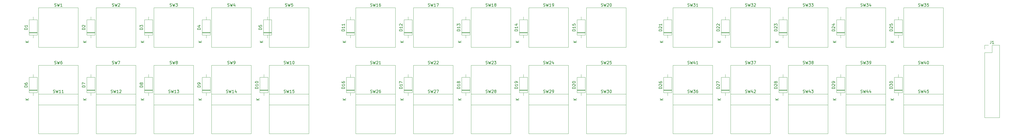
<source format=gbr>
G04 #@! TF.GenerationSoftware,KiCad,Pcbnew,5.1.4-e60b266~84~ubuntu18.04.1*
G04 #@! TF.CreationDate,2019-09-03T19:41:16+02:00*
G04 #@! TF.ProjectId,xFaders_keys,78466164-6572-4735-9f6b-6579732e6b69,rev?*
G04 #@! TF.SameCoordinates,Original*
G04 #@! TF.FileFunction,Legend,Top*
G04 #@! TF.FilePolarity,Positive*
%FSLAX46Y46*%
G04 Gerber Fmt 4.6, Leading zero omitted, Abs format (unit mm)*
G04 Created by KiCad (PCBNEW 5.1.4-e60b266~84~ubuntu18.04.1) date 2019-09-03 19:41:16*
%MOMM*%
%LPD*%
G04 APERTURE LIST*
%ADD10C,0.120000*%
%ADD11C,0.150000*%
G04 APERTURE END LIST*
D10*
X130175000Y-156845000D02*
X130175000Y-142875000D01*
X144145000Y-156845000D02*
X130175000Y-156845000D01*
X144145000Y-142875000D02*
X144145000Y-156845000D01*
X130175000Y-142875000D02*
X144145000Y-142875000D01*
X353695000Y-156845000D02*
X353695000Y-142875000D01*
X367665000Y-156845000D02*
X353695000Y-156845000D01*
X367665000Y-142875000D02*
X367665000Y-156845000D01*
X353695000Y-142875000D02*
X367665000Y-142875000D01*
X350320000Y-172120000D02*
X353260000Y-172120000D01*
X350320000Y-171880000D02*
X353260000Y-171880000D01*
X350320000Y-172000000D02*
X353260000Y-172000000D01*
X351790000Y-166440000D02*
X351790000Y-167460000D01*
X351790000Y-173920000D02*
X351790000Y-172900000D01*
X350320000Y-167460000D02*
X350320000Y-172900000D01*
X353260000Y-167460000D02*
X350320000Y-167460000D01*
X353260000Y-172900000D02*
X353260000Y-167460000D01*
X350320000Y-172900000D02*
X353260000Y-172900000D01*
X330000000Y-172120000D02*
X332940000Y-172120000D01*
X330000000Y-171880000D02*
X332940000Y-171880000D01*
X330000000Y-172000000D02*
X332940000Y-172000000D01*
X331470000Y-166440000D02*
X331470000Y-167460000D01*
X331470000Y-173920000D02*
X331470000Y-172900000D01*
X330000000Y-167460000D02*
X330000000Y-172900000D01*
X332940000Y-167460000D02*
X330000000Y-167460000D01*
X332940000Y-172900000D02*
X332940000Y-167460000D01*
X330000000Y-172900000D02*
X332940000Y-172900000D01*
X309680000Y-172120000D02*
X312620000Y-172120000D01*
X309680000Y-171880000D02*
X312620000Y-171880000D01*
X309680000Y-172000000D02*
X312620000Y-172000000D01*
X311150000Y-166440000D02*
X311150000Y-167460000D01*
X311150000Y-173920000D02*
X311150000Y-172900000D01*
X309680000Y-167460000D02*
X309680000Y-172900000D01*
X312620000Y-167460000D02*
X309680000Y-167460000D01*
X312620000Y-172900000D02*
X312620000Y-167460000D01*
X309680000Y-172900000D02*
X312620000Y-172900000D01*
X289360000Y-172120000D02*
X292300000Y-172120000D01*
X289360000Y-171880000D02*
X292300000Y-171880000D01*
X289360000Y-172000000D02*
X292300000Y-172000000D01*
X290830000Y-166440000D02*
X290830000Y-167460000D01*
X290830000Y-173920000D02*
X290830000Y-172900000D01*
X289360000Y-167460000D02*
X289360000Y-172900000D01*
X292300000Y-167460000D02*
X289360000Y-167460000D01*
X292300000Y-172900000D02*
X292300000Y-167460000D01*
X289360000Y-172900000D02*
X292300000Y-172900000D01*
X269040000Y-172120000D02*
X271980000Y-172120000D01*
X269040000Y-171880000D02*
X271980000Y-171880000D01*
X269040000Y-172000000D02*
X271980000Y-172000000D01*
X270510000Y-166440000D02*
X270510000Y-167460000D01*
X270510000Y-173920000D02*
X270510000Y-172900000D01*
X269040000Y-167460000D02*
X269040000Y-172900000D01*
X271980000Y-167460000D02*
X269040000Y-167460000D01*
X271980000Y-172900000D02*
X271980000Y-167460000D01*
X269040000Y-172900000D02*
X271980000Y-172900000D01*
X350320000Y-151800000D02*
X353260000Y-151800000D01*
X350320000Y-151560000D02*
X353260000Y-151560000D01*
X350320000Y-151680000D02*
X353260000Y-151680000D01*
X351790000Y-146120000D02*
X351790000Y-147140000D01*
X351790000Y-153600000D02*
X351790000Y-152580000D01*
X350320000Y-147140000D02*
X350320000Y-152580000D01*
X353260000Y-147140000D02*
X350320000Y-147140000D01*
X353260000Y-152580000D02*
X353260000Y-147140000D01*
X350320000Y-152580000D02*
X353260000Y-152580000D01*
X330000000Y-151800000D02*
X332940000Y-151800000D01*
X330000000Y-151560000D02*
X332940000Y-151560000D01*
X330000000Y-151680000D02*
X332940000Y-151680000D01*
X331470000Y-146120000D02*
X331470000Y-147140000D01*
X331470000Y-153600000D02*
X331470000Y-152580000D01*
X330000000Y-147140000D02*
X330000000Y-152580000D01*
X332940000Y-147140000D02*
X330000000Y-147140000D01*
X332940000Y-152580000D02*
X332940000Y-147140000D01*
X330000000Y-152580000D02*
X332940000Y-152580000D01*
X309680000Y-151800000D02*
X312620000Y-151800000D01*
X309680000Y-151560000D02*
X312620000Y-151560000D01*
X309680000Y-151680000D02*
X312620000Y-151680000D01*
X311150000Y-146120000D02*
X311150000Y-147140000D01*
X311150000Y-153600000D02*
X311150000Y-152580000D01*
X309680000Y-147140000D02*
X309680000Y-152580000D01*
X312620000Y-147140000D02*
X309680000Y-147140000D01*
X312620000Y-152580000D02*
X312620000Y-147140000D01*
X309680000Y-152580000D02*
X312620000Y-152580000D01*
X289360000Y-151800000D02*
X292300000Y-151800000D01*
X289360000Y-151560000D02*
X292300000Y-151560000D01*
X289360000Y-151680000D02*
X292300000Y-151680000D01*
X290830000Y-146120000D02*
X290830000Y-147140000D01*
X290830000Y-153600000D02*
X290830000Y-152580000D01*
X289360000Y-147140000D02*
X289360000Y-152580000D01*
X292300000Y-147140000D02*
X289360000Y-147140000D01*
X292300000Y-152580000D02*
X292300000Y-147140000D01*
X289360000Y-152580000D02*
X292300000Y-152580000D01*
X269040000Y-151800000D02*
X271980000Y-151800000D01*
X269040000Y-151560000D02*
X271980000Y-151560000D01*
X269040000Y-151680000D02*
X271980000Y-151680000D01*
X270510000Y-146120000D02*
X270510000Y-147140000D01*
X270510000Y-153600000D02*
X270510000Y-152580000D01*
X269040000Y-147140000D02*
X269040000Y-152580000D01*
X271980000Y-147140000D02*
X269040000Y-147140000D01*
X271980000Y-152580000D02*
X271980000Y-147140000D01*
X269040000Y-152580000D02*
X271980000Y-152580000D01*
X238560000Y-172120000D02*
X241500000Y-172120000D01*
X238560000Y-171880000D02*
X241500000Y-171880000D01*
X238560000Y-172000000D02*
X241500000Y-172000000D01*
X240030000Y-166440000D02*
X240030000Y-167460000D01*
X240030000Y-173920000D02*
X240030000Y-172900000D01*
X238560000Y-167460000D02*
X238560000Y-172900000D01*
X241500000Y-167460000D02*
X238560000Y-167460000D01*
X241500000Y-172900000D02*
X241500000Y-167460000D01*
X238560000Y-172900000D02*
X241500000Y-172900000D01*
X218240000Y-172120000D02*
X221180000Y-172120000D01*
X218240000Y-171880000D02*
X221180000Y-171880000D01*
X218240000Y-172000000D02*
X221180000Y-172000000D01*
X219710000Y-166440000D02*
X219710000Y-167460000D01*
X219710000Y-173920000D02*
X219710000Y-172900000D01*
X218240000Y-167460000D02*
X218240000Y-172900000D01*
X221180000Y-167460000D02*
X218240000Y-167460000D01*
X221180000Y-172900000D02*
X221180000Y-167460000D01*
X218240000Y-172900000D02*
X221180000Y-172900000D01*
X197920000Y-172120000D02*
X200860000Y-172120000D01*
X197920000Y-171880000D02*
X200860000Y-171880000D01*
X197920000Y-172000000D02*
X200860000Y-172000000D01*
X199390000Y-166440000D02*
X199390000Y-167460000D01*
X199390000Y-173920000D02*
X199390000Y-172900000D01*
X197920000Y-167460000D02*
X197920000Y-172900000D01*
X200860000Y-167460000D02*
X197920000Y-167460000D01*
X200860000Y-172900000D02*
X200860000Y-167460000D01*
X197920000Y-172900000D02*
X200860000Y-172900000D01*
X177600000Y-172120000D02*
X180540000Y-172120000D01*
X177600000Y-171880000D02*
X180540000Y-171880000D01*
X177600000Y-172000000D02*
X180540000Y-172000000D01*
X179070000Y-166440000D02*
X179070000Y-167460000D01*
X179070000Y-173920000D02*
X179070000Y-172900000D01*
X177600000Y-167460000D02*
X177600000Y-172900000D01*
X180540000Y-167460000D02*
X177600000Y-167460000D01*
X180540000Y-172900000D02*
X180540000Y-167460000D01*
X177600000Y-172900000D02*
X180540000Y-172900000D01*
X157280000Y-172120000D02*
X160220000Y-172120000D01*
X157280000Y-171880000D02*
X160220000Y-171880000D01*
X157280000Y-172000000D02*
X160220000Y-172000000D01*
X158750000Y-166440000D02*
X158750000Y-167460000D01*
X158750000Y-173920000D02*
X158750000Y-172900000D01*
X157280000Y-167460000D02*
X157280000Y-172900000D01*
X160220000Y-167460000D02*
X157280000Y-167460000D01*
X160220000Y-172900000D02*
X160220000Y-167460000D01*
X157280000Y-172900000D02*
X160220000Y-172900000D01*
X238560000Y-151800000D02*
X241500000Y-151800000D01*
X238560000Y-151560000D02*
X241500000Y-151560000D01*
X238560000Y-151680000D02*
X241500000Y-151680000D01*
X240030000Y-146120000D02*
X240030000Y-147140000D01*
X240030000Y-153600000D02*
X240030000Y-152580000D01*
X238560000Y-147140000D02*
X238560000Y-152580000D01*
X241500000Y-147140000D02*
X238560000Y-147140000D01*
X241500000Y-152580000D02*
X241500000Y-147140000D01*
X238560000Y-152580000D02*
X241500000Y-152580000D01*
X218240000Y-151800000D02*
X221180000Y-151800000D01*
X218240000Y-151560000D02*
X221180000Y-151560000D01*
X218240000Y-151680000D02*
X221180000Y-151680000D01*
X219710000Y-146120000D02*
X219710000Y-147140000D01*
X219710000Y-153600000D02*
X219710000Y-152580000D01*
X218240000Y-147140000D02*
X218240000Y-152580000D01*
X221180000Y-147140000D02*
X218240000Y-147140000D01*
X221180000Y-152580000D02*
X221180000Y-147140000D01*
X218240000Y-152580000D02*
X221180000Y-152580000D01*
X197920000Y-151800000D02*
X200860000Y-151800000D01*
X197920000Y-151560000D02*
X200860000Y-151560000D01*
X197920000Y-151680000D02*
X200860000Y-151680000D01*
X199390000Y-146120000D02*
X199390000Y-147140000D01*
X199390000Y-153600000D02*
X199390000Y-152580000D01*
X197920000Y-147140000D02*
X197920000Y-152580000D01*
X200860000Y-147140000D02*
X197920000Y-147140000D01*
X200860000Y-152580000D02*
X200860000Y-147140000D01*
X197920000Y-152580000D02*
X200860000Y-152580000D01*
X177600000Y-151800000D02*
X180540000Y-151800000D01*
X177600000Y-151560000D02*
X180540000Y-151560000D01*
X177600000Y-151680000D02*
X180540000Y-151680000D01*
X179070000Y-146120000D02*
X179070000Y-147140000D01*
X179070000Y-153600000D02*
X179070000Y-152580000D01*
X177600000Y-147140000D02*
X177600000Y-152580000D01*
X180540000Y-147140000D02*
X177600000Y-147140000D01*
X180540000Y-152580000D02*
X180540000Y-147140000D01*
X177600000Y-152580000D02*
X180540000Y-152580000D01*
X157280000Y-151800000D02*
X160220000Y-151800000D01*
X157280000Y-151560000D02*
X160220000Y-151560000D01*
X157280000Y-151680000D02*
X160220000Y-151680000D01*
X158750000Y-146120000D02*
X158750000Y-147140000D01*
X158750000Y-153600000D02*
X158750000Y-152580000D01*
X157280000Y-147140000D02*
X157280000Y-152580000D01*
X160220000Y-147140000D02*
X157280000Y-147140000D01*
X160220000Y-152580000D02*
X160220000Y-147140000D01*
X157280000Y-152580000D02*
X160220000Y-152580000D01*
X126800000Y-172120000D02*
X129740000Y-172120000D01*
X126800000Y-171880000D02*
X129740000Y-171880000D01*
X126800000Y-172000000D02*
X129740000Y-172000000D01*
X128270000Y-166440000D02*
X128270000Y-167460000D01*
X128270000Y-173920000D02*
X128270000Y-172900000D01*
X126800000Y-167460000D02*
X126800000Y-172900000D01*
X129740000Y-167460000D02*
X126800000Y-167460000D01*
X129740000Y-172900000D02*
X129740000Y-167460000D01*
X126800000Y-172900000D02*
X129740000Y-172900000D01*
X106480000Y-172120000D02*
X109420000Y-172120000D01*
X106480000Y-171880000D02*
X109420000Y-171880000D01*
X106480000Y-172000000D02*
X109420000Y-172000000D01*
X107950000Y-166440000D02*
X107950000Y-167460000D01*
X107950000Y-173920000D02*
X107950000Y-172900000D01*
X106480000Y-167460000D02*
X106480000Y-172900000D01*
X109420000Y-167460000D02*
X106480000Y-167460000D01*
X109420000Y-172900000D02*
X109420000Y-167460000D01*
X106480000Y-172900000D02*
X109420000Y-172900000D01*
X86160000Y-172120000D02*
X89100000Y-172120000D01*
X86160000Y-171880000D02*
X89100000Y-171880000D01*
X86160000Y-172000000D02*
X89100000Y-172000000D01*
X87630000Y-166440000D02*
X87630000Y-167460000D01*
X87630000Y-173920000D02*
X87630000Y-172900000D01*
X86160000Y-167460000D02*
X86160000Y-172900000D01*
X89100000Y-167460000D02*
X86160000Y-167460000D01*
X89100000Y-172900000D02*
X89100000Y-167460000D01*
X86160000Y-172900000D02*
X89100000Y-172900000D01*
X65840000Y-172120000D02*
X68780000Y-172120000D01*
X65840000Y-171880000D02*
X68780000Y-171880000D01*
X65840000Y-172000000D02*
X68780000Y-172000000D01*
X67310000Y-166440000D02*
X67310000Y-167460000D01*
X67310000Y-173920000D02*
X67310000Y-172900000D01*
X65840000Y-167460000D02*
X65840000Y-172900000D01*
X68780000Y-167460000D02*
X65840000Y-167460000D01*
X68780000Y-172900000D02*
X68780000Y-167460000D01*
X65840000Y-172900000D02*
X68780000Y-172900000D01*
X45520000Y-172120000D02*
X48460000Y-172120000D01*
X45520000Y-171880000D02*
X48460000Y-171880000D01*
X45520000Y-172000000D02*
X48460000Y-172000000D01*
X46990000Y-166440000D02*
X46990000Y-167460000D01*
X46990000Y-173920000D02*
X46990000Y-172900000D01*
X45520000Y-167460000D02*
X45520000Y-172900000D01*
X48460000Y-167460000D02*
X45520000Y-167460000D01*
X48460000Y-172900000D02*
X48460000Y-167460000D01*
X45520000Y-172900000D02*
X48460000Y-172900000D01*
X128070000Y-151800000D02*
X131010000Y-151800000D01*
X128070000Y-151560000D02*
X131010000Y-151560000D01*
X128070000Y-151680000D02*
X131010000Y-151680000D01*
X129540000Y-146120000D02*
X129540000Y-147140000D01*
X129540000Y-153600000D02*
X129540000Y-152580000D01*
X128070000Y-147140000D02*
X128070000Y-152580000D01*
X131010000Y-147140000D02*
X128070000Y-147140000D01*
X131010000Y-152580000D02*
X131010000Y-147140000D01*
X128070000Y-152580000D02*
X131010000Y-152580000D01*
X106480000Y-151800000D02*
X109420000Y-151800000D01*
X106480000Y-151560000D02*
X109420000Y-151560000D01*
X106480000Y-151680000D02*
X109420000Y-151680000D01*
X107950000Y-146120000D02*
X107950000Y-147140000D01*
X107950000Y-153600000D02*
X107950000Y-152580000D01*
X106480000Y-147140000D02*
X106480000Y-152580000D01*
X109420000Y-147140000D02*
X106480000Y-147140000D01*
X109420000Y-152580000D02*
X109420000Y-147140000D01*
X106480000Y-152580000D02*
X109420000Y-152580000D01*
X86160000Y-151800000D02*
X89100000Y-151800000D01*
X86160000Y-151560000D02*
X89100000Y-151560000D01*
X86160000Y-151680000D02*
X89100000Y-151680000D01*
X87630000Y-146120000D02*
X87630000Y-147140000D01*
X87630000Y-153600000D02*
X87630000Y-152580000D01*
X86160000Y-147140000D02*
X86160000Y-152580000D01*
X89100000Y-147140000D02*
X86160000Y-147140000D01*
X89100000Y-152580000D02*
X89100000Y-147140000D01*
X86160000Y-152580000D02*
X89100000Y-152580000D01*
X65840000Y-151800000D02*
X68780000Y-151800000D01*
X65840000Y-151560000D02*
X68780000Y-151560000D01*
X65840000Y-151680000D02*
X68780000Y-151680000D01*
X67310000Y-146120000D02*
X67310000Y-147140000D01*
X67310000Y-153600000D02*
X67310000Y-152580000D01*
X65840000Y-147140000D02*
X65840000Y-152580000D01*
X68780000Y-147140000D02*
X65840000Y-147140000D01*
X68780000Y-152580000D02*
X68780000Y-147140000D01*
X65840000Y-152580000D02*
X68780000Y-152580000D01*
X45520000Y-151800000D02*
X48460000Y-151800000D01*
X45520000Y-151560000D02*
X48460000Y-151560000D01*
X45520000Y-151680000D02*
X48460000Y-151680000D01*
X46990000Y-146120000D02*
X46990000Y-147140000D01*
X46990000Y-153600000D02*
X46990000Y-152580000D01*
X45520000Y-147140000D02*
X45520000Y-152580000D01*
X48460000Y-147140000D02*
X45520000Y-147140000D01*
X48460000Y-152580000D02*
X48460000Y-147140000D01*
X45520000Y-152580000D02*
X48460000Y-152580000D01*
X353695000Y-187325000D02*
X353695000Y-173355000D01*
X367665000Y-187325000D02*
X353695000Y-187325000D01*
X367665000Y-173355000D02*
X367665000Y-187325000D01*
X353695000Y-173355000D02*
X367665000Y-173355000D01*
X353695000Y-177165000D02*
X353695000Y-163195000D01*
X367665000Y-177165000D02*
X353695000Y-177165000D01*
X367665000Y-163195000D02*
X367665000Y-177165000D01*
X353695000Y-163195000D02*
X367665000Y-163195000D01*
X333375000Y-187325000D02*
X333375000Y-173355000D01*
X347345000Y-187325000D02*
X333375000Y-187325000D01*
X347345000Y-173355000D02*
X347345000Y-187325000D01*
X333375000Y-173355000D02*
X347345000Y-173355000D01*
X313055000Y-187325000D02*
X313055000Y-173355000D01*
X327025000Y-187325000D02*
X313055000Y-187325000D01*
X327025000Y-173355000D02*
X327025000Y-187325000D01*
X313055000Y-173355000D02*
X327025000Y-173355000D01*
X292735000Y-187325000D02*
X292735000Y-173355000D01*
X306705000Y-187325000D02*
X292735000Y-187325000D01*
X306705000Y-173355000D02*
X306705000Y-187325000D01*
X292735000Y-173355000D02*
X306705000Y-173355000D01*
X272415000Y-177165000D02*
X272415000Y-163195000D01*
X286385000Y-177165000D02*
X272415000Y-177165000D01*
X286385000Y-163195000D02*
X286385000Y-177165000D01*
X272415000Y-163195000D02*
X286385000Y-163195000D01*
X333375000Y-177165000D02*
X333375000Y-163195000D01*
X347345000Y-177165000D02*
X333375000Y-177165000D01*
X347345000Y-163195000D02*
X347345000Y-177165000D01*
X333375000Y-163195000D02*
X347345000Y-163195000D01*
X313055000Y-177165000D02*
X313055000Y-163195000D01*
X327025000Y-177165000D02*
X313055000Y-177165000D01*
X327025000Y-163195000D02*
X327025000Y-177165000D01*
X313055000Y-163195000D02*
X327025000Y-163195000D01*
X292735000Y-177165000D02*
X292735000Y-163195000D01*
X306705000Y-177165000D02*
X292735000Y-177165000D01*
X306705000Y-163195000D02*
X306705000Y-177165000D01*
X292735000Y-163195000D02*
X306705000Y-163195000D01*
X272415000Y-187325000D02*
X272415000Y-173355000D01*
X286385000Y-187325000D02*
X272415000Y-187325000D01*
X286385000Y-173355000D02*
X286385000Y-187325000D01*
X272415000Y-173355000D02*
X286385000Y-173355000D01*
X333375000Y-156845000D02*
X333375000Y-142875000D01*
X347345000Y-156845000D02*
X333375000Y-156845000D01*
X347345000Y-142875000D02*
X347345000Y-156845000D01*
X333375000Y-142875000D02*
X347345000Y-142875000D01*
X313055000Y-156845000D02*
X313055000Y-142875000D01*
X327025000Y-156845000D02*
X313055000Y-156845000D01*
X327025000Y-142875000D02*
X327025000Y-156845000D01*
X313055000Y-142875000D02*
X327025000Y-142875000D01*
X292735000Y-156845000D02*
X292735000Y-142875000D01*
X306705000Y-156845000D02*
X292735000Y-156845000D01*
X306705000Y-142875000D02*
X306705000Y-156845000D01*
X292735000Y-142875000D02*
X306705000Y-142875000D01*
X272415000Y-156845000D02*
X272415000Y-142875000D01*
X286385000Y-156845000D02*
X272415000Y-156845000D01*
X286385000Y-142875000D02*
X286385000Y-156845000D01*
X272415000Y-142875000D02*
X286385000Y-142875000D01*
X241935000Y-187325000D02*
X241935000Y-173355000D01*
X255905000Y-187325000D02*
X241935000Y-187325000D01*
X255905000Y-173355000D02*
X255905000Y-187325000D01*
X241935000Y-173355000D02*
X255905000Y-173355000D01*
X221615000Y-187325000D02*
X221615000Y-173355000D01*
X235585000Y-187325000D02*
X221615000Y-187325000D01*
X235585000Y-173355000D02*
X235585000Y-187325000D01*
X221615000Y-173355000D02*
X235585000Y-173355000D01*
X201295000Y-187325000D02*
X201295000Y-173355000D01*
X215265000Y-187325000D02*
X201295000Y-187325000D01*
X215265000Y-173355000D02*
X215265000Y-187325000D01*
X201295000Y-173355000D02*
X215265000Y-173355000D01*
X180975000Y-187325000D02*
X180975000Y-173355000D01*
X194945000Y-187325000D02*
X180975000Y-187325000D01*
X194945000Y-173355000D02*
X194945000Y-187325000D01*
X180975000Y-173355000D02*
X194945000Y-173355000D01*
X160655000Y-187325000D02*
X160655000Y-173355000D01*
X174625000Y-187325000D02*
X160655000Y-187325000D01*
X174625000Y-173355000D02*
X174625000Y-187325000D01*
X160655000Y-173355000D02*
X174625000Y-173355000D01*
X241935000Y-177165000D02*
X241935000Y-163195000D01*
X255905000Y-177165000D02*
X241935000Y-177165000D01*
X255905000Y-163195000D02*
X255905000Y-177165000D01*
X241935000Y-163195000D02*
X255905000Y-163195000D01*
X221615000Y-177165000D02*
X221615000Y-163195000D01*
X235585000Y-177165000D02*
X221615000Y-177165000D01*
X235585000Y-163195000D02*
X235585000Y-177165000D01*
X221615000Y-163195000D02*
X235585000Y-163195000D01*
X201295000Y-177165000D02*
X201295000Y-163195000D01*
X215265000Y-177165000D02*
X201295000Y-177165000D01*
X215265000Y-163195000D02*
X215265000Y-177165000D01*
X201295000Y-163195000D02*
X215265000Y-163195000D01*
X180975000Y-177165000D02*
X180975000Y-163195000D01*
X194945000Y-177165000D02*
X180975000Y-177165000D01*
X194945000Y-163195000D02*
X194945000Y-177165000D01*
X180975000Y-163195000D02*
X194945000Y-163195000D01*
X160655000Y-177165000D02*
X160655000Y-163195000D01*
X174625000Y-177165000D02*
X160655000Y-177165000D01*
X174625000Y-163195000D02*
X174625000Y-177165000D01*
X160655000Y-163195000D02*
X174625000Y-163195000D01*
X241935000Y-156845000D02*
X241935000Y-142875000D01*
X255905000Y-156845000D02*
X241935000Y-156845000D01*
X255905000Y-142875000D02*
X255905000Y-156845000D01*
X241935000Y-142875000D02*
X255905000Y-142875000D01*
X221615000Y-156845000D02*
X221615000Y-142875000D01*
X235585000Y-156845000D02*
X221615000Y-156845000D01*
X235585000Y-142875000D02*
X235585000Y-156845000D01*
X221615000Y-142875000D02*
X235585000Y-142875000D01*
X201295000Y-156845000D02*
X201295000Y-142875000D01*
X215265000Y-156845000D02*
X201295000Y-156845000D01*
X215265000Y-142875000D02*
X215265000Y-156845000D01*
X201295000Y-142875000D02*
X215265000Y-142875000D01*
X180975000Y-156845000D02*
X180975000Y-142875000D01*
X194945000Y-156845000D02*
X180975000Y-156845000D01*
X194945000Y-142875000D02*
X194945000Y-156845000D01*
X180975000Y-142875000D02*
X194945000Y-142875000D01*
X160655000Y-156845000D02*
X160655000Y-142875000D01*
X174625000Y-156845000D02*
X160655000Y-156845000D01*
X174625000Y-142875000D02*
X174625000Y-156845000D01*
X160655000Y-142875000D02*
X174625000Y-142875000D01*
X130175000Y-187325000D02*
X130175000Y-173355000D01*
X144145000Y-187325000D02*
X130175000Y-187325000D01*
X144145000Y-173355000D02*
X144145000Y-187325000D01*
X130175000Y-173355000D02*
X144145000Y-173355000D01*
X109855000Y-187325000D02*
X109855000Y-173355000D01*
X123825000Y-187325000D02*
X109855000Y-187325000D01*
X123825000Y-173355000D02*
X123825000Y-187325000D01*
X109855000Y-173355000D02*
X123825000Y-173355000D01*
X89535000Y-187325000D02*
X89535000Y-173355000D01*
X103505000Y-187325000D02*
X89535000Y-187325000D01*
X103505000Y-173355000D02*
X103505000Y-187325000D01*
X89535000Y-173355000D02*
X103505000Y-173355000D01*
X69215000Y-187325000D02*
X69215000Y-173355000D01*
X83185000Y-187325000D02*
X69215000Y-187325000D01*
X83185000Y-173355000D02*
X83185000Y-187325000D01*
X69215000Y-173355000D02*
X83185000Y-173355000D01*
X48895000Y-187325000D02*
X48895000Y-173355000D01*
X62865000Y-187325000D02*
X48895000Y-187325000D01*
X62865000Y-173355000D02*
X62865000Y-187325000D01*
X48895000Y-173355000D02*
X62865000Y-173355000D01*
X130175000Y-177165000D02*
X130175000Y-163195000D01*
X144145000Y-177165000D02*
X130175000Y-177165000D01*
X144145000Y-163195000D02*
X144145000Y-177165000D01*
X130175000Y-163195000D02*
X144145000Y-163195000D01*
X109855000Y-177165000D02*
X109855000Y-163195000D01*
X123825000Y-177165000D02*
X109855000Y-177165000D01*
X123825000Y-163195000D02*
X123825000Y-177165000D01*
X109855000Y-163195000D02*
X123825000Y-163195000D01*
X89535000Y-177165000D02*
X89535000Y-163195000D01*
X103505000Y-177165000D02*
X89535000Y-177165000D01*
X103505000Y-163195000D02*
X103505000Y-177165000D01*
X89535000Y-163195000D02*
X103505000Y-163195000D01*
X69215000Y-177165000D02*
X69215000Y-163195000D01*
X83185000Y-177165000D02*
X69215000Y-177165000D01*
X83185000Y-163195000D02*
X83185000Y-177165000D01*
X69215000Y-163195000D02*
X83185000Y-163195000D01*
X48895000Y-177165000D02*
X48895000Y-163195000D01*
X62865000Y-177165000D02*
X48895000Y-177165000D01*
X62865000Y-163195000D02*
X62865000Y-177165000D01*
X48895000Y-163195000D02*
X62865000Y-163195000D01*
X109855000Y-156845000D02*
X109855000Y-142875000D01*
X123825000Y-156845000D02*
X109855000Y-156845000D01*
X123825000Y-142875000D02*
X123825000Y-156845000D01*
X109855000Y-142875000D02*
X123825000Y-142875000D01*
X89535000Y-156845000D02*
X89535000Y-142875000D01*
X103505000Y-156845000D02*
X89535000Y-156845000D01*
X103505000Y-142875000D02*
X103505000Y-156845000D01*
X89535000Y-142875000D02*
X103505000Y-142875000D01*
X69215000Y-156845000D02*
X69215000Y-142875000D01*
X83185000Y-156845000D02*
X69215000Y-156845000D01*
X83185000Y-142875000D02*
X83185000Y-156845000D01*
X69215000Y-142875000D02*
X83185000Y-142875000D01*
X48895000Y-156845000D02*
X48895000Y-142875000D01*
X62865000Y-156845000D02*
X48895000Y-156845000D01*
X62865000Y-142875000D02*
X62865000Y-156845000D01*
X48895000Y-142875000D02*
X62865000Y-142875000D01*
X382210000Y-156150000D02*
X383540000Y-156150000D01*
X382210000Y-157480000D02*
X382210000Y-156150000D01*
X384810000Y-156150000D02*
X387410000Y-156150000D01*
X384810000Y-158750000D02*
X384810000Y-156150000D01*
X382210000Y-158750000D02*
X384810000Y-158750000D01*
X387410000Y-156150000D02*
X387410000Y-181670000D01*
X382210000Y-158750000D02*
X382210000Y-181670000D01*
X382210000Y-181670000D02*
X387410000Y-181670000D01*
D11*
X135826666Y-142390761D02*
X135969523Y-142438380D01*
X136207619Y-142438380D01*
X136302857Y-142390761D01*
X136350476Y-142343142D01*
X136398095Y-142247904D01*
X136398095Y-142152666D01*
X136350476Y-142057428D01*
X136302857Y-142009809D01*
X136207619Y-141962190D01*
X136017142Y-141914571D01*
X135921904Y-141866952D01*
X135874285Y-141819333D01*
X135826666Y-141724095D01*
X135826666Y-141628857D01*
X135874285Y-141533619D01*
X135921904Y-141486000D01*
X136017142Y-141438380D01*
X136255238Y-141438380D01*
X136398095Y-141486000D01*
X136731428Y-141438380D02*
X136969523Y-142438380D01*
X137160000Y-141724095D01*
X137350476Y-142438380D01*
X137588571Y-141438380D01*
X138445714Y-141438380D02*
X137969523Y-141438380D01*
X137921904Y-141914571D01*
X137969523Y-141866952D01*
X138064761Y-141819333D01*
X138302857Y-141819333D01*
X138398095Y-141866952D01*
X138445714Y-141914571D01*
X138493333Y-142009809D01*
X138493333Y-142247904D01*
X138445714Y-142343142D01*
X138398095Y-142390761D01*
X138302857Y-142438380D01*
X138064761Y-142438380D01*
X137969523Y-142390761D01*
X137921904Y-142343142D01*
X358870476Y-142390761D02*
X359013333Y-142438380D01*
X359251428Y-142438380D01*
X359346666Y-142390761D01*
X359394285Y-142343142D01*
X359441904Y-142247904D01*
X359441904Y-142152666D01*
X359394285Y-142057428D01*
X359346666Y-142009809D01*
X359251428Y-141962190D01*
X359060952Y-141914571D01*
X358965714Y-141866952D01*
X358918095Y-141819333D01*
X358870476Y-141724095D01*
X358870476Y-141628857D01*
X358918095Y-141533619D01*
X358965714Y-141486000D01*
X359060952Y-141438380D01*
X359299047Y-141438380D01*
X359441904Y-141486000D01*
X359775238Y-141438380D02*
X360013333Y-142438380D01*
X360203809Y-141724095D01*
X360394285Y-142438380D01*
X360632380Y-141438380D01*
X360918095Y-141438380D02*
X361537142Y-141438380D01*
X361203809Y-141819333D01*
X361346666Y-141819333D01*
X361441904Y-141866952D01*
X361489523Y-141914571D01*
X361537142Y-142009809D01*
X361537142Y-142247904D01*
X361489523Y-142343142D01*
X361441904Y-142390761D01*
X361346666Y-142438380D01*
X361060952Y-142438380D01*
X360965714Y-142390761D01*
X360918095Y-142343142D01*
X362441904Y-141438380D02*
X361965714Y-141438380D01*
X361918095Y-141914571D01*
X361965714Y-141866952D01*
X362060952Y-141819333D01*
X362299047Y-141819333D01*
X362394285Y-141866952D01*
X362441904Y-141914571D01*
X362489523Y-142009809D01*
X362489523Y-142247904D01*
X362441904Y-142343142D01*
X362394285Y-142390761D01*
X362299047Y-142438380D01*
X362060952Y-142438380D01*
X361965714Y-142390761D01*
X361918095Y-142343142D01*
X349772380Y-171394285D02*
X348772380Y-171394285D01*
X348772380Y-171156190D01*
X348820000Y-171013333D01*
X348915238Y-170918095D01*
X349010476Y-170870476D01*
X349200952Y-170822857D01*
X349343809Y-170822857D01*
X349534285Y-170870476D01*
X349629523Y-170918095D01*
X349724761Y-171013333D01*
X349772380Y-171156190D01*
X349772380Y-171394285D01*
X348772380Y-170489523D02*
X348772380Y-169870476D01*
X349153333Y-170203809D01*
X349153333Y-170060952D01*
X349200952Y-169965714D01*
X349248571Y-169918095D01*
X349343809Y-169870476D01*
X349581904Y-169870476D01*
X349677142Y-169918095D01*
X349724761Y-169965714D01*
X349772380Y-170060952D01*
X349772380Y-170346666D01*
X349724761Y-170441904D01*
X349677142Y-170489523D01*
X348772380Y-169251428D02*
X348772380Y-169156190D01*
X348820000Y-169060952D01*
X348867619Y-169013333D01*
X348962857Y-168965714D01*
X349153333Y-168918095D01*
X349391428Y-168918095D01*
X349581904Y-168965714D01*
X349677142Y-169013333D01*
X349724761Y-169060952D01*
X349772380Y-169156190D01*
X349772380Y-169251428D01*
X349724761Y-169346666D01*
X349677142Y-169394285D01*
X349581904Y-169441904D01*
X349391428Y-169489523D01*
X349153333Y-169489523D01*
X348962857Y-169441904D01*
X348867619Y-169394285D01*
X348820000Y-169346666D01*
X348772380Y-169251428D01*
X350142380Y-175521904D02*
X349142380Y-175521904D01*
X350142380Y-174950476D02*
X349570952Y-175379047D01*
X349142380Y-174950476D02*
X349713809Y-175521904D01*
X329452380Y-171394285D02*
X328452380Y-171394285D01*
X328452380Y-171156190D01*
X328500000Y-171013333D01*
X328595238Y-170918095D01*
X328690476Y-170870476D01*
X328880952Y-170822857D01*
X329023809Y-170822857D01*
X329214285Y-170870476D01*
X329309523Y-170918095D01*
X329404761Y-171013333D01*
X329452380Y-171156190D01*
X329452380Y-171394285D01*
X328547619Y-170441904D02*
X328500000Y-170394285D01*
X328452380Y-170299047D01*
X328452380Y-170060952D01*
X328500000Y-169965714D01*
X328547619Y-169918095D01*
X328642857Y-169870476D01*
X328738095Y-169870476D01*
X328880952Y-169918095D01*
X329452380Y-170489523D01*
X329452380Y-169870476D01*
X329452380Y-169394285D02*
X329452380Y-169203809D01*
X329404761Y-169108571D01*
X329357142Y-169060952D01*
X329214285Y-168965714D01*
X329023809Y-168918095D01*
X328642857Y-168918095D01*
X328547619Y-168965714D01*
X328500000Y-169013333D01*
X328452380Y-169108571D01*
X328452380Y-169299047D01*
X328500000Y-169394285D01*
X328547619Y-169441904D01*
X328642857Y-169489523D01*
X328880952Y-169489523D01*
X328976190Y-169441904D01*
X329023809Y-169394285D01*
X329071428Y-169299047D01*
X329071428Y-169108571D01*
X329023809Y-169013333D01*
X328976190Y-168965714D01*
X328880952Y-168918095D01*
X329822380Y-175521904D02*
X328822380Y-175521904D01*
X329822380Y-174950476D02*
X329250952Y-175379047D01*
X328822380Y-174950476D02*
X329393809Y-175521904D01*
X309132380Y-171394285D02*
X308132380Y-171394285D01*
X308132380Y-171156190D01*
X308180000Y-171013333D01*
X308275238Y-170918095D01*
X308370476Y-170870476D01*
X308560952Y-170822857D01*
X308703809Y-170822857D01*
X308894285Y-170870476D01*
X308989523Y-170918095D01*
X309084761Y-171013333D01*
X309132380Y-171156190D01*
X309132380Y-171394285D01*
X308227619Y-170441904D02*
X308180000Y-170394285D01*
X308132380Y-170299047D01*
X308132380Y-170060952D01*
X308180000Y-169965714D01*
X308227619Y-169918095D01*
X308322857Y-169870476D01*
X308418095Y-169870476D01*
X308560952Y-169918095D01*
X309132380Y-170489523D01*
X309132380Y-169870476D01*
X308560952Y-169299047D02*
X308513333Y-169394285D01*
X308465714Y-169441904D01*
X308370476Y-169489523D01*
X308322857Y-169489523D01*
X308227619Y-169441904D01*
X308180000Y-169394285D01*
X308132380Y-169299047D01*
X308132380Y-169108571D01*
X308180000Y-169013333D01*
X308227619Y-168965714D01*
X308322857Y-168918095D01*
X308370476Y-168918095D01*
X308465714Y-168965714D01*
X308513333Y-169013333D01*
X308560952Y-169108571D01*
X308560952Y-169299047D01*
X308608571Y-169394285D01*
X308656190Y-169441904D01*
X308751428Y-169489523D01*
X308941904Y-169489523D01*
X309037142Y-169441904D01*
X309084761Y-169394285D01*
X309132380Y-169299047D01*
X309132380Y-169108571D01*
X309084761Y-169013333D01*
X309037142Y-168965714D01*
X308941904Y-168918095D01*
X308751428Y-168918095D01*
X308656190Y-168965714D01*
X308608571Y-169013333D01*
X308560952Y-169108571D01*
X309502380Y-175521904D02*
X308502380Y-175521904D01*
X309502380Y-174950476D02*
X308930952Y-175379047D01*
X308502380Y-174950476D02*
X309073809Y-175521904D01*
X288812380Y-171394285D02*
X287812380Y-171394285D01*
X287812380Y-171156190D01*
X287860000Y-171013333D01*
X287955238Y-170918095D01*
X288050476Y-170870476D01*
X288240952Y-170822857D01*
X288383809Y-170822857D01*
X288574285Y-170870476D01*
X288669523Y-170918095D01*
X288764761Y-171013333D01*
X288812380Y-171156190D01*
X288812380Y-171394285D01*
X287907619Y-170441904D02*
X287860000Y-170394285D01*
X287812380Y-170299047D01*
X287812380Y-170060952D01*
X287860000Y-169965714D01*
X287907619Y-169918095D01*
X288002857Y-169870476D01*
X288098095Y-169870476D01*
X288240952Y-169918095D01*
X288812380Y-170489523D01*
X288812380Y-169870476D01*
X287812380Y-169537142D02*
X287812380Y-168870476D01*
X288812380Y-169299047D01*
X289182380Y-175521904D02*
X288182380Y-175521904D01*
X289182380Y-174950476D02*
X288610952Y-175379047D01*
X288182380Y-174950476D02*
X288753809Y-175521904D01*
X268492380Y-171394285D02*
X267492380Y-171394285D01*
X267492380Y-171156190D01*
X267540000Y-171013333D01*
X267635238Y-170918095D01*
X267730476Y-170870476D01*
X267920952Y-170822857D01*
X268063809Y-170822857D01*
X268254285Y-170870476D01*
X268349523Y-170918095D01*
X268444761Y-171013333D01*
X268492380Y-171156190D01*
X268492380Y-171394285D01*
X267587619Y-170441904D02*
X267540000Y-170394285D01*
X267492380Y-170299047D01*
X267492380Y-170060952D01*
X267540000Y-169965714D01*
X267587619Y-169918095D01*
X267682857Y-169870476D01*
X267778095Y-169870476D01*
X267920952Y-169918095D01*
X268492380Y-170489523D01*
X268492380Y-169870476D01*
X267492380Y-169013333D02*
X267492380Y-169203809D01*
X267540000Y-169299047D01*
X267587619Y-169346666D01*
X267730476Y-169441904D01*
X267920952Y-169489523D01*
X268301904Y-169489523D01*
X268397142Y-169441904D01*
X268444761Y-169394285D01*
X268492380Y-169299047D01*
X268492380Y-169108571D01*
X268444761Y-169013333D01*
X268397142Y-168965714D01*
X268301904Y-168918095D01*
X268063809Y-168918095D01*
X267968571Y-168965714D01*
X267920952Y-169013333D01*
X267873333Y-169108571D01*
X267873333Y-169299047D01*
X267920952Y-169394285D01*
X267968571Y-169441904D01*
X268063809Y-169489523D01*
X268862380Y-175521904D02*
X267862380Y-175521904D01*
X268862380Y-174950476D02*
X268290952Y-175379047D01*
X267862380Y-174950476D02*
X268433809Y-175521904D01*
X349772380Y-151074285D02*
X348772380Y-151074285D01*
X348772380Y-150836190D01*
X348820000Y-150693333D01*
X348915238Y-150598095D01*
X349010476Y-150550476D01*
X349200952Y-150502857D01*
X349343809Y-150502857D01*
X349534285Y-150550476D01*
X349629523Y-150598095D01*
X349724761Y-150693333D01*
X349772380Y-150836190D01*
X349772380Y-151074285D01*
X348867619Y-150121904D02*
X348820000Y-150074285D01*
X348772380Y-149979047D01*
X348772380Y-149740952D01*
X348820000Y-149645714D01*
X348867619Y-149598095D01*
X348962857Y-149550476D01*
X349058095Y-149550476D01*
X349200952Y-149598095D01*
X349772380Y-150169523D01*
X349772380Y-149550476D01*
X348772380Y-148645714D02*
X348772380Y-149121904D01*
X349248571Y-149169523D01*
X349200952Y-149121904D01*
X349153333Y-149026666D01*
X349153333Y-148788571D01*
X349200952Y-148693333D01*
X349248571Y-148645714D01*
X349343809Y-148598095D01*
X349581904Y-148598095D01*
X349677142Y-148645714D01*
X349724761Y-148693333D01*
X349772380Y-148788571D01*
X349772380Y-149026666D01*
X349724761Y-149121904D01*
X349677142Y-149169523D01*
X350142380Y-155201904D02*
X349142380Y-155201904D01*
X350142380Y-154630476D02*
X349570952Y-155059047D01*
X349142380Y-154630476D02*
X349713809Y-155201904D01*
X329452380Y-151074285D02*
X328452380Y-151074285D01*
X328452380Y-150836190D01*
X328500000Y-150693333D01*
X328595238Y-150598095D01*
X328690476Y-150550476D01*
X328880952Y-150502857D01*
X329023809Y-150502857D01*
X329214285Y-150550476D01*
X329309523Y-150598095D01*
X329404761Y-150693333D01*
X329452380Y-150836190D01*
X329452380Y-151074285D01*
X328547619Y-150121904D02*
X328500000Y-150074285D01*
X328452380Y-149979047D01*
X328452380Y-149740952D01*
X328500000Y-149645714D01*
X328547619Y-149598095D01*
X328642857Y-149550476D01*
X328738095Y-149550476D01*
X328880952Y-149598095D01*
X329452380Y-150169523D01*
X329452380Y-149550476D01*
X328785714Y-148693333D02*
X329452380Y-148693333D01*
X328404761Y-148931428D02*
X329119047Y-149169523D01*
X329119047Y-148550476D01*
X329822380Y-155201904D02*
X328822380Y-155201904D01*
X329822380Y-154630476D02*
X329250952Y-155059047D01*
X328822380Y-154630476D02*
X329393809Y-155201904D01*
X309132380Y-151074285D02*
X308132380Y-151074285D01*
X308132380Y-150836190D01*
X308180000Y-150693333D01*
X308275238Y-150598095D01*
X308370476Y-150550476D01*
X308560952Y-150502857D01*
X308703809Y-150502857D01*
X308894285Y-150550476D01*
X308989523Y-150598095D01*
X309084761Y-150693333D01*
X309132380Y-150836190D01*
X309132380Y-151074285D01*
X308227619Y-150121904D02*
X308180000Y-150074285D01*
X308132380Y-149979047D01*
X308132380Y-149740952D01*
X308180000Y-149645714D01*
X308227619Y-149598095D01*
X308322857Y-149550476D01*
X308418095Y-149550476D01*
X308560952Y-149598095D01*
X309132380Y-150169523D01*
X309132380Y-149550476D01*
X308132380Y-149217142D02*
X308132380Y-148598095D01*
X308513333Y-148931428D01*
X308513333Y-148788571D01*
X308560952Y-148693333D01*
X308608571Y-148645714D01*
X308703809Y-148598095D01*
X308941904Y-148598095D01*
X309037142Y-148645714D01*
X309084761Y-148693333D01*
X309132380Y-148788571D01*
X309132380Y-149074285D01*
X309084761Y-149169523D01*
X309037142Y-149217142D01*
X309502380Y-155201904D02*
X308502380Y-155201904D01*
X309502380Y-154630476D02*
X308930952Y-155059047D01*
X308502380Y-154630476D02*
X309073809Y-155201904D01*
X288812380Y-151074285D02*
X287812380Y-151074285D01*
X287812380Y-150836190D01*
X287860000Y-150693333D01*
X287955238Y-150598095D01*
X288050476Y-150550476D01*
X288240952Y-150502857D01*
X288383809Y-150502857D01*
X288574285Y-150550476D01*
X288669523Y-150598095D01*
X288764761Y-150693333D01*
X288812380Y-150836190D01*
X288812380Y-151074285D01*
X287907619Y-150121904D02*
X287860000Y-150074285D01*
X287812380Y-149979047D01*
X287812380Y-149740952D01*
X287860000Y-149645714D01*
X287907619Y-149598095D01*
X288002857Y-149550476D01*
X288098095Y-149550476D01*
X288240952Y-149598095D01*
X288812380Y-150169523D01*
X288812380Y-149550476D01*
X287907619Y-149169523D02*
X287860000Y-149121904D01*
X287812380Y-149026666D01*
X287812380Y-148788571D01*
X287860000Y-148693333D01*
X287907619Y-148645714D01*
X288002857Y-148598095D01*
X288098095Y-148598095D01*
X288240952Y-148645714D01*
X288812380Y-149217142D01*
X288812380Y-148598095D01*
X289182380Y-155201904D02*
X288182380Y-155201904D01*
X289182380Y-154630476D02*
X288610952Y-155059047D01*
X288182380Y-154630476D02*
X288753809Y-155201904D01*
X268492380Y-151074285D02*
X267492380Y-151074285D01*
X267492380Y-150836190D01*
X267540000Y-150693333D01*
X267635238Y-150598095D01*
X267730476Y-150550476D01*
X267920952Y-150502857D01*
X268063809Y-150502857D01*
X268254285Y-150550476D01*
X268349523Y-150598095D01*
X268444761Y-150693333D01*
X268492380Y-150836190D01*
X268492380Y-151074285D01*
X267587619Y-150121904D02*
X267540000Y-150074285D01*
X267492380Y-149979047D01*
X267492380Y-149740952D01*
X267540000Y-149645714D01*
X267587619Y-149598095D01*
X267682857Y-149550476D01*
X267778095Y-149550476D01*
X267920952Y-149598095D01*
X268492380Y-150169523D01*
X268492380Y-149550476D01*
X268492380Y-148598095D02*
X268492380Y-149169523D01*
X268492380Y-148883809D02*
X267492380Y-148883809D01*
X267635238Y-148979047D01*
X267730476Y-149074285D01*
X267778095Y-149169523D01*
X268862380Y-155201904D02*
X267862380Y-155201904D01*
X268862380Y-154630476D02*
X268290952Y-155059047D01*
X267862380Y-154630476D02*
X268433809Y-155201904D01*
X238012380Y-171394285D02*
X237012380Y-171394285D01*
X237012380Y-171156190D01*
X237060000Y-171013333D01*
X237155238Y-170918095D01*
X237250476Y-170870476D01*
X237440952Y-170822857D01*
X237583809Y-170822857D01*
X237774285Y-170870476D01*
X237869523Y-170918095D01*
X237964761Y-171013333D01*
X238012380Y-171156190D01*
X238012380Y-171394285D01*
X237107619Y-170441904D02*
X237060000Y-170394285D01*
X237012380Y-170299047D01*
X237012380Y-170060952D01*
X237060000Y-169965714D01*
X237107619Y-169918095D01*
X237202857Y-169870476D01*
X237298095Y-169870476D01*
X237440952Y-169918095D01*
X238012380Y-170489523D01*
X238012380Y-169870476D01*
X237012380Y-169251428D02*
X237012380Y-169156190D01*
X237060000Y-169060952D01*
X237107619Y-169013333D01*
X237202857Y-168965714D01*
X237393333Y-168918095D01*
X237631428Y-168918095D01*
X237821904Y-168965714D01*
X237917142Y-169013333D01*
X237964761Y-169060952D01*
X238012380Y-169156190D01*
X238012380Y-169251428D01*
X237964761Y-169346666D01*
X237917142Y-169394285D01*
X237821904Y-169441904D01*
X237631428Y-169489523D01*
X237393333Y-169489523D01*
X237202857Y-169441904D01*
X237107619Y-169394285D01*
X237060000Y-169346666D01*
X237012380Y-169251428D01*
X238382380Y-175521904D02*
X237382380Y-175521904D01*
X238382380Y-174950476D02*
X237810952Y-175379047D01*
X237382380Y-174950476D02*
X237953809Y-175521904D01*
X217692380Y-171394285D02*
X216692380Y-171394285D01*
X216692380Y-171156190D01*
X216740000Y-171013333D01*
X216835238Y-170918095D01*
X216930476Y-170870476D01*
X217120952Y-170822857D01*
X217263809Y-170822857D01*
X217454285Y-170870476D01*
X217549523Y-170918095D01*
X217644761Y-171013333D01*
X217692380Y-171156190D01*
X217692380Y-171394285D01*
X217692380Y-169870476D02*
X217692380Y-170441904D01*
X217692380Y-170156190D02*
X216692380Y-170156190D01*
X216835238Y-170251428D01*
X216930476Y-170346666D01*
X216978095Y-170441904D01*
X217692380Y-169394285D02*
X217692380Y-169203809D01*
X217644761Y-169108571D01*
X217597142Y-169060952D01*
X217454285Y-168965714D01*
X217263809Y-168918095D01*
X216882857Y-168918095D01*
X216787619Y-168965714D01*
X216740000Y-169013333D01*
X216692380Y-169108571D01*
X216692380Y-169299047D01*
X216740000Y-169394285D01*
X216787619Y-169441904D01*
X216882857Y-169489523D01*
X217120952Y-169489523D01*
X217216190Y-169441904D01*
X217263809Y-169394285D01*
X217311428Y-169299047D01*
X217311428Y-169108571D01*
X217263809Y-169013333D01*
X217216190Y-168965714D01*
X217120952Y-168918095D01*
X218062380Y-175521904D02*
X217062380Y-175521904D01*
X218062380Y-174950476D02*
X217490952Y-175379047D01*
X217062380Y-174950476D02*
X217633809Y-175521904D01*
X197372380Y-171394285D02*
X196372380Y-171394285D01*
X196372380Y-171156190D01*
X196420000Y-171013333D01*
X196515238Y-170918095D01*
X196610476Y-170870476D01*
X196800952Y-170822857D01*
X196943809Y-170822857D01*
X197134285Y-170870476D01*
X197229523Y-170918095D01*
X197324761Y-171013333D01*
X197372380Y-171156190D01*
X197372380Y-171394285D01*
X197372380Y-169870476D02*
X197372380Y-170441904D01*
X197372380Y-170156190D02*
X196372380Y-170156190D01*
X196515238Y-170251428D01*
X196610476Y-170346666D01*
X196658095Y-170441904D01*
X196800952Y-169299047D02*
X196753333Y-169394285D01*
X196705714Y-169441904D01*
X196610476Y-169489523D01*
X196562857Y-169489523D01*
X196467619Y-169441904D01*
X196420000Y-169394285D01*
X196372380Y-169299047D01*
X196372380Y-169108571D01*
X196420000Y-169013333D01*
X196467619Y-168965714D01*
X196562857Y-168918095D01*
X196610476Y-168918095D01*
X196705714Y-168965714D01*
X196753333Y-169013333D01*
X196800952Y-169108571D01*
X196800952Y-169299047D01*
X196848571Y-169394285D01*
X196896190Y-169441904D01*
X196991428Y-169489523D01*
X197181904Y-169489523D01*
X197277142Y-169441904D01*
X197324761Y-169394285D01*
X197372380Y-169299047D01*
X197372380Y-169108571D01*
X197324761Y-169013333D01*
X197277142Y-168965714D01*
X197181904Y-168918095D01*
X196991428Y-168918095D01*
X196896190Y-168965714D01*
X196848571Y-169013333D01*
X196800952Y-169108571D01*
X197742380Y-175521904D02*
X196742380Y-175521904D01*
X197742380Y-174950476D02*
X197170952Y-175379047D01*
X196742380Y-174950476D02*
X197313809Y-175521904D01*
X177052380Y-171394285D02*
X176052380Y-171394285D01*
X176052380Y-171156190D01*
X176100000Y-171013333D01*
X176195238Y-170918095D01*
X176290476Y-170870476D01*
X176480952Y-170822857D01*
X176623809Y-170822857D01*
X176814285Y-170870476D01*
X176909523Y-170918095D01*
X177004761Y-171013333D01*
X177052380Y-171156190D01*
X177052380Y-171394285D01*
X177052380Y-169870476D02*
X177052380Y-170441904D01*
X177052380Y-170156190D02*
X176052380Y-170156190D01*
X176195238Y-170251428D01*
X176290476Y-170346666D01*
X176338095Y-170441904D01*
X176052380Y-169537142D02*
X176052380Y-168870476D01*
X177052380Y-169299047D01*
X177422380Y-175521904D02*
X176422380Y-175521904D01*
X177422380Y-174950476D02*
X176850952Y-175379047D01*
X176422380Y-174950476D02*
X176993809Y-175521904D01*
X156732380Y-171394285D02*
X155732380Y-171394285D01*
X155732380Y-171156190D01*
X155780000Y-171013333D01*
X155875238Y-170918095D01*
X155970476Y-170870476D01*
X156160952Y-170822857D01*
X156303809Y-170822857D01*
X156494285Y-170870476D01*
X156589523Y-170918095D01*
X156684761Y-171013333D01*
X156732380Y-171156190D01*
X156732380Y-171394285D01*
X156732380Y-169870476D02*
X156732380Y-170441904D01*
X156732380Y-170156190D02*
X155732380Y-170156190D01*
X155875238Y-170251428D01*
X155970476Y-170346666D01*
X156018095Y-170441904D01*
X155732380Y-169013333D02*
X155732380Y-169203809D01*
X155780000Y-169299047D01*
X155827619Y-169346666D01*
X155970476Y-169441904D01*
X156160952Y-169489523D01*
X156541904Y-169489523D01*
X156637142Y-169441904D01*
X156684761Y-169394285D01*
X156732380Y-169299047D01*
X156732380Y-169108571D01*
X156684761Y-169013333D01*
X156637142Y-168965714D01*
X156541904Y-168918095D01*
X156303809Y-168918095D01*
X156208571Y-168965714D01*
X156160952Y-169013333D01*
X156113333Y-169108571D01*
X156113333Y-169299047D01*
X156160952Y-169394285D01*
X156208571Y-169441904D01*
X156303809Y-169489523D01*
X157102380Y-175521904D02*
X156102380Y-175521904D01*
X157102380Y-174950476D02*
X156530952Y-175379047D01*
X156102380Y-174950476D02*
X156673809Y-175521904D01*
X238012380Y-151074285D02*
X237012380Y-151074285D01*
X237012380Y-150836190D01*
X237060000Y-150693333D01*
X237155238Y-150598095D01*
X237250476Y-150550476D01*
X237440952Y-150502857D01*
X237583809Y-150502857D01*
X237774285Y-150550476D01*
X237869523Y-150598095D01*
X237964761Y-150693333D01*
X238012380Y-150836190D01*
X238012380Y-151074285D01*
X238012380Y-149550476D02*
X238012380Y-150121904D01*
X238012380Y-149836190D02*
X237012380Y-149836190D01*
X237155238Y-149931428D01*
X237250476Y-150026666D01*
X237298095Y-150121904D01*
X237012380Y-148645714D02*
X237012380Y-149121904D01*
X237488571Y-149169523D01*
X237440952Y-149121904D01*
X237393333Y-149026666D01*
X237393333Y-148788571D01*
X237440952Y-148693333D01*
X237488571Y-148645714D01*
X237583809Y-148598095D01*
X237821904Y-148598095D01*
X237917142Y-148645714D01*
X237964761Y-148693333D01*
X238012380Y-148788571D01*
X238012380Y-149026666D01*
X237964761Y-149121904D01*
X237917142Y-149169523D01*
X238382380Y-155201904D02*
X237382380Y-155201904D01*
X238382380Y-154630476D02*
X237810952Y-155059047D01*
X237382380Y-154630476D02*
X237953809Y-155201904D01*
X217692380Y-151074285D02*
X216692380Y-151074285D01*
X216692380Y-150836190D01*
X216740000Y-150693333D01*
X216835238Y-150598095D01*
X216930476Y-150550476D01*
X217120952Y-150502857D01*
X217263809Y-150502857D01*
X217454285Y-150550476D01*
X217549523Y-150598095D01*
X217644761Y-150693333D01*
X217692380Y-150836190D01*
X217692380Y-151074285D01*
X217692380Y-149550476D02*
X217692380Y-150121904D01*
X217692380Y-149836190D02*
X216692380Y-149836190D01*
X216835238Y-149931428D01*
X216930476Y-150026666D01*
X216978095Y-150121904D01*
X217025714Y-148693333D02*
X217692380Y-148693333D01*
X216644761Y-148931428D02*
X217359047Y-149169523D01*
X217359047Y-148550476D01*
X218062380Y-155201904D02*
X217062380Y-155201904D01*
X218062380Y-154630476D02*
X217490952Y-155059047D01*
X217062380Y-154630476D02*
X217633809Y-155201904D01*
X197372380Y-151074285D02*
X196372380Y-151074285D01*
X196372380Y-150836190D01*
X196420000Y-150693333D01*
X196515238Y-150598095D01*
X196610476Y-150550476D01*
X196800952Y-150502857D01*
X196943809Y-150502857D01*
X197134285Y-150550476D01*
X197229523Y-150598095D01*
X197324761Y-150693333D01*
X197372380Y-150836190D01*
X197372380Y-151074285D01*
X197372380Y-149550476D02*
X197372380Y-150121904D01*
X197372380Y-149836190D02*
X196372380Y-149836190D01*
X196515238Y-149931428D01*
X196610476Y-150026666D01*
X196658095Y-150121904D01*
X196372380Y-149217142D02*
X196372380Y-148598095D01*
X196753333Y-148931428D01*
X196753333Y-148788571D01*
X196800952Y-148693333D01*
X196848571Y-148645714D01*
X196943809Y-148598095D01*
X197181904Y-148598095D01*
X197277142Y-148645714D01*
X197324761Y-148693333D01*
X197372380Y-148788571D01*
X197372380Y-149074285D01*
X197324761Y-149169523D01*
X197277142Y-149217142D01*
X197742380Y-155201904D02*
X196742380Y-155201904D01*
X197742380Y-154630476D02*
X197170952Y-155059047D01*
X196742380Y-154630476D02*
X197313809Y-155201904D01*
X177052380Y-151074285D02*
X176052380Y-151074285D01*
X176052380Y-150836190D01*
X176100000Y-150693333D01*
X176195238Y-150598095D01*
X176290476Y-150550476D01*
X176480952Y-150502857D01*
X176623809Y-150502857D01*
X176814285Y-150550476D01*
X176909523Y-150598095D01*
X177004761Y-150693333D01*
X177052380Y-150836190D01*
X177052380Y-151074285D01*
X177052380Y-149550476D02*
X177052380Y-150121904D01*
X177052380Y-149836190D02*
X176052380Y-149836190D01*
X176195238Y-149931428D01*
X176290476Y-150026666D01*
X176338095Y-150121904D01*
X176147619Y-149169523D02*
X176100000Y-149121904D01*
X176052380Y-149026666D01*
X176052380Y-148788571D01*
X176100000Y-148693333D01*
X176147619Y-148645714D01*
X176242857Y-148598095D01*
X176338095Y-148598095D01*
X176480952Y-148645714D01*
X177052380Y-149217142D01*
X177052380Y-148598095D01*
X177422380Y-155201904D02*
X176422380Y-155201904D01*
X177422380Y-154630476D02*
X176850952Y-155059047D01*
X176422380Y-154630476D02*
X176993809Y-155201904D01*
X156732380Y-151074285D02*
X155732380Y-151074285D01*
X155732380Y-150836190D01*
X155780000Y-150693333D01*
X155875238Y-150598095D01*
X155970476Y-150550476D01*
X156160952Y-150502857D01*
X156303809Y-150502857D01*
X156494285Y-150550476D01*
X156589523Y-150598095D01*
X156684761Y-150693333D01*
X156732380Y-150836190D01*
X156732380Y-151074285D01*
X156732380Y-149550476D02*
X156732380Y-150121904D01*
X156732380Y-149836190D02*
X155732380Y-149836190D01*
X155875238Y-149931428D01*
X155970476Y-150026666D01*
X156018095Y-150121904D01*
X156732380Y-148598095D02*
X156732380Y-149169523D01*
X156732380Y-148883809D02*
X155732380Y-148883809D01*
X155875238Y-148979047D01*
X155970476Y-149074285D01*
X156018095Y-149169523D01*
X157102380Y-155201904D02*
X156102380Y-155201904D01*
X157102380Y-154630476D02*
X156530952Y-155059047D01*
X156102380Y-154630476D02*
X156673809Y-155201904D01*
X126252380Y-171394285D02*
X125252380Y-171394285D01*
X125252380Y-171156190D01*
X125300000Y-171013333D01*
X125395238Y-170918095D01*
X125490476Y-170870476D01*
X125680952Y-170822857D01*
X125823809Y-170822857D01*
X126014285Y-170870476D01*
X126109523Y-170918095D01*
X126204761Y-171013333D01*
X126252380Y-171156190D01*
X126252380Y-171394285D01*
X126252380Y-169870476D02*
X126252380Y-170441904D01*
X126252380Y-170156190D02*
X125252380Y-170156190D01*
X125395238Y-170251428D01*
X125490476Y-170346666D01*
X125538095Y-170441904D01*
X125252380Y-169251428D02*
X125252380Y-169156190D01*
X125300000Y-169060952D01*
X125347619Y-169013333D01*
X125442857Y-168965714D01*
X125633333Y-168918095D01*
X125871428Y-168918095D01*
X126061904Y-168965714D01*
X126157142Y-169013333D01*
X126204761Y-169060952D01*
X126252380Y-169156190D01*
X126252380Y-169251428D01*
X126204761Y-169346666D01*
X126157142Y-169394285D01*
X126061904Y-169441904D01*
X125871428Y-169489523D01*
X125633333Y-169489523D01*
X125442857Y-169441904D01*
X125347619Y-169394285D01*
X125300000Y-169346666D01*
X125252380Y-169251428D01*
X126622380Y-175521904D02*
X125622380Y-175521904D01*
X126622380Y-174950476D02*
X126050952Y-175379047D01*
X125622380Y-174950476D02*
X126193809Y-175521904D01*
X105932380Y-170918095D02*
X104932380Y-170918095D01*
X104932380Y-170680000D01*
X104980000Y-170537142D01*
X105075238Y-170441904D01*
X105170476Y-170394285D01*
X105360952Y-170346666D01*
X105503809Y-170346666D01*
X105694285Y-170394285D01*
X105789523Y-170441904D01*
X105884761Y-170537142D01*
X105932380Y-170680000D01*
X105932380Y-170918095D01*
X105932380Y-169870476D02*
X105932380Y-169680000D01*
X105884761Y-169584761D01*
X105837142Y-169537142D01*
X105694285Y-169441904D01*
X105503809Y-169394285D01*
X105122857Y-169394285D01*
X105027619Y-169441904D01*
X104980000Y-169489523D01*
X104932380Y-169584761D01*
X104932380Y-169775238D01*
X104980000Y-169870476D01*
X105027619Y-169918095D01*
X105122857Y-169965714D01*
X105360952Y-169965714D01*
X105456190Y-169918095D01*
X105503809Y-169870476D01*
X105551428Y-169775238D01*
X105551428Y-169584761D01*
X105503809Y-169489523D01*
X105456190Y-169441904D01*
X105360952Y-169394285D01*
X106302380Y-175521904D02*
X105302380Y-175521904D01*
X106302380Y-174950476D02*
X105730952Y-175379047D01*
X105302380Y-174950476D02*
X105873809Y-175521904D01*
X85612380Y-170918095D02*
X84612380Y-170918095D01*
X84612380Y-170680000D01*
X84660000Y-170537142D01*
X84755238Y-170441904D01*
X84850476Y-170394285D01*
X85040952Y-170346666D01*
X85183809Y-170346666D01*
X85374285Y-170394285D01*
X85469523Y-170441904D01*
X85564761Y-170537142D01*
X85612380Y-170680000D01*
X85612380Y-170918095D01*
X85040952Y-169775238D02*
X84993333Y-169870476D01*
X84945714Y-169918095D01*
X84850476Y-169965714D01*
X84802857Y-169965714D01*
X84707619Y-169918095D01*
X84660000Y-169870476D01*
X84612380Y-169775238D01*
X84612380Y-169584761D01*
X84660000Y-169489523D01*
X84707619Y-169441904D01*
X84802857Y-169394285D01*
X84850476Y-169394285D01*
X84945714Y-169441904D01*
X84993333Y-169489523D01*
X85040952Y-169584761D01*
X85040952Y-169775238D01*
X85088571Y-169870476D01*
X85136190Y-169918095D01*
X85231428Y-169965714D01*
X85421904Y-169965714D01*
X85517142Y-169918095D01*
X85564761Y-169870476D01*
X85612380Y-169775238D01*
X85612380Y-169584761D01*
X85564761Y-169489523D01*
X85517142Y-169441904D01*
X85421904Y-169394285D01*
X85231428Y-169394285D01*
X85136190Y-169441904D01*
X85088571Y-169489523D01*
X85040952Y-169584761D01*
X85982380Y-175521904D02*
X84982380Y-175521904D01*
X85982380Y-174950476D02*
X85410952Y-175379047D01*
X84982380Y-174950476D02*
X85553809Y-175521904D01*
X65292380Y-170918095D02*
X64292380Y-170918095D01*
X64292380Y-170680000D01*
X64340000Y-170537142D01*
X64435238Y-170441904D01*
X64530476Y-170394285D01*
X64720952Y-170346666D01*
X64863809Y-170346666D01*
X65054285Y-170394285D01*
X65149523Y-170441904D01*
X65244761Y-170537142D01*
X65292380Y-170680000D01*
X65292380Y-170918095D01*
X64292380Y-170013333D02*
X64292380Y-169346666D01*
X65292380Y-169775238D01*
X65662380Y-175521904D02*
X64662380Y-175521904D01*
X65662380Y-174950476D02*
X65090952Y-175379047D01*
X64662380Y-174950476D02*
X65233809Y-175521904D01*
X44972380Y-170918095D02*
X43972380Y-170918095D01*
X43972380Y-170680000D01*
X44020000Y-170537142D01*
X44115238Y-170441904D01*
X44210476Y-170394285D01*
X44400952Y-170346666D01*
X44543809Y-170346666D01*
X44734285Y-170394285D01*
X44829523Y-170441904D01*
X44924761Y-170537142D01*
X44972380Y-170680000D01*
X44972380Y-170918095D01*
X43972380Y-169489523D02*
X43972380Y-169680000D01*
X44020000Y-169775238D01*
X44067619Y-169822857D01*
X44210476Y-169918095D01*
X44400952Y-169965714D01*
X44781904Y-169965714D01*
X44877142Y-169918095D01*
X44924761Y-169870476D01*
X44972380Y-169775238D01*
X44972380Y-169584761D01*
X44924761Y-169489523D01*
X44877142Y-169441904D01*
X44781904Y-169394285D01*
X44543809Y-169394285D01*
X44448571Y-169441904D01*
X44400952Y-169489523D01*
X44353333Y-169584761D01*
X44353333Y-169775238D01*
X44400952Y-169870476D01*
X44448571Y-169918095D01*
X44543809Y-169965714D01*
X45342380Y-175521904D02*
X44342380Y-175521904D01*
X45342380Y-174950476D02*
X44770952Y-175379047D01*
X44342380Y-174950476D02*
X44913809Y-175521904D01*
X127522380Y-150598095D02*
X126522380Y-150598095D01*
X126522380Y-150360000D01*
X126570000Y-150217142D01*
X126665238Y-150121904D01*
X126760476Y-150074285D01*
X126950952Y-150026666D01*
X127093809Y-150026666D01*
X127284285Y-150074285D01*
X127379523Y-150121904D01*
X127474761Y-150217142D01*
X127522380Y-150360000D01*
X127522380Y-150598095D01*
X126522380Y-149121904D02*
X126522380Y-149598095D01*
X126998571Y-149645714D01*
X126950952Y-149598095D01*
X126903333Y-149502857D01*
X126903333Y-149264761D01*
X126950952Y-149169523D01*
X126998571Y-149121904D01*
X127093809Y-149074285D01*
X127331904Y-149074285D01*
X127427142Y-149121904D01*
X127474761Y-149169523D01*
X127522380Y-149264761D01*
X127522380Y-149502857D01*
X127474761Y-149598095D01*
X127427142Y-149645714D01*
X127892380Y-155201904D02*
X126892380Y-155201904D01*
X127892380Y-154630476D02*
X127320952Y-155059047D01*
X126892380Y-154630476D02*
X127463809Y-155201904D01*
X105932380Y-150598095D02*
X104932380Y-150598095D01*
X104932380Y-150360000D01*
X104980000Y-150217142D01*
X105075238Y-150121904D01*
X105170476Y-150074285D01*
X105360952Y-150026666D01*
X105503809Y-150026666D01*
X105694285Y-150074285D01*
X105789523Y-150121904D01*
X105884761Y-150217142D01*
X105932380Y-150360000D01*
X105932380Y-150598095D01*
X105265714Y-149169523D02*
X105932380Y-149169523D01*
X104884761Y-149407619D02*
X105599047Y-149645714D01*
X105599047Y-149026666D01*
X106302380Y-155201904D02*
X105302380Y-155201904D01*
X106302380Y-154630476D02*
X105730952Y-155059047D01*
X105302380Y-154630476D02*
X105873809Y-155201904D01*
X85612380Y-150598095D02*
X84612380Y-150598095D01*
X84612380Y-150360000D01*
X84660000Y-150217142D01*
X84755238Y-150121904D01*
X84850476Y-150074285D01*
X85040952Y-150026666D01*
X85183809Y-150026666D01*
X85374285Y-150074285D01*
X85469523Y-150121904D01*
X85564761Y-150217142D01*
X85612380Y-150360000D01*
X85612380Y-150598095D01*
X84612380Y-149693333D02*
X84612380Y-149074285D01*
X84993333Y-149407619D01*
X84993333Y-149264761D01*
X85040952Y-149169523D01*
X85088571Y-149121904D01*
X85183809Y-149074285D01*
X85421904Y-149074285D01*
X85517142Y-149121904D01*
X85564761Y-149169523D01*
X85612380Y-149264761D01*
X85612380Y-149550476D01*
X85564761Y-149645714D01*
X85517142Y-149693333D01*
X85982380Y-155201904D02*
X84982380Y-155201904D01*
X85982380Y-154630476D02*
X85410952Y-155059047D01*
X84982380Y-154630476D02*
X85553809Y-155201904D01*
X65292380Y-150598095D02*
X64292380Y-150598095D01*
X64292380Y-150360000D01*
X64340000Y-150217142D01*
X64435238Y-150121904D01*
X64530476Y-150074285D01*
X64720952Y-150026666D01*
X64863809Y-150026666D01*
X65054285Y-150074285D01*
X65149523Y-150121904D01*
X65244761Y-150217142D01*
X65292380Y-150360000D01*
X65292380Y-150598095D01*
X64387619Y-149645714D02*
X64340000Y-149598095D01*
X64292380Y-149502857D01*
X64292380Y-149264761D01*
X64340000Y-149169523D01*
X64387619Y-149121904D01*
X64482857Y-149074285D01*
X64578095Y-149074285D01*
X64720952Y-149121904D01*
X65292380Y-149693333D01*
X65292380Y-149074285D01*
X65662380Y-155201904D02*
X64662380Y-155201904D01*
X65662380Y-154630476D02*
X65090952Y-155059047D01*
X64662380Y-154630476D02*
X65233809Y-155201904D01*
X44972380Y-150598095D02*
X43972380Y-150598095D01*
X43972380Y-150360000D01*
X44020000Y-150217142D01*
X44115238Y-150121904D01*
X44210476Y-150074285D01*
X44400952Y-150026666D01*
X44543809Y-150026666D01*
X44734285Y-150074285D01*
X44829523Y-150121904D01*
X44924761Y-150217142D01*
X44972380Y-150360000D01*
X44972380Y-150598095D01*
X44972380Y-149074285D02*
X44972380Y-149645714D01*
X44972380Y-149360000D02*
X43972380Y-149360000D01*
X44115238Y-149455238D01*
X44210476Y-149550476D01*
X44258095Y-149645714D01*
X45342380Y-155201904D02*
X44342380Y-155201904D01*
X45342380Y-154630476D02*
X44770952Y-155059047D01*
X44342380Y-154630476D02*
X44913809Y-155201904D01*
X358870476Y-172870761D02*
X359013333Y-172918380D01*
X359251428Y-172918380D01*
X359346666Y-172870761D01*
X359394285Y-172823142D01*
X359441904Y-172727904D01*
X359441904Y-172632666D01*
X359394285Y-172537428D01*
X359346666Y-172489809D01*
X359251428Y-172442190D01*
X359060952Y-172394571D01*
X358965714Y-172346952D01*
X358918095Y-172299333D01*
X358870476Y-172204095D01*
X358870476Y-172108857D01*
X358918095Y-172013619D01*
X358965714Y-171966000D01*
X359060952Y-171918380D01*
X359299047Y-171918380D01*
X359441904Y-171966000D01*
X359775238Y-171918380D02*
X360013333Y-172918380D01*
X360203809Y-172204095D01*
X360394285Y-172918380D01*
X360632380Y-171918380D01*
X361441904Y-172251714D02*
X361441904Y-172918380D01*
X361203809Y-171870761D02*
X360965714Y-172585047D01*
X361584761Y-172585047D01*
X362441904Y-171918380D02*
X361965714Y-171918380D01*
X361918095Y-172394571D01*
X361965714Y-172346952D01*
X362060952Y-172299333D01*
X362299047Y-172299333D01*
X362394285Y-172346952D01*
X362441904Y-172394571D01*
X362489523Y-172489809D01*
X362489523Y-172727904D01*
X362441904Y-172823142D01*
X362394285Y-172870761D01*
X362299047Y-172918380D01*
X362060952Y-172918380D01*
X361965714Y-172870761D01*
X361918095Y-172823142D01*
X358870476Y-162710761D02*
X359013333Y-162758380D01*
X359251428Y-162758380D01*
X359346666Y-162710761D01*
X359394285Y-162663142D01*
X359441904Y-162567904D01*
X359441904Y-162472666D01*
X359394285Y-162377428D01*
X359346666Y-162329809D01*
X359251428Y-162282190D01*
X359060952Y-162234571D01*
X358965714Y-162186952D01*
X358918095Y-162139333D01*
X358870476Y-162044095D01*
X358870476Y-161948857D01*
X358918095Y-161853619D01*
X358965714Y-161806000D01*
X359060952Y-161758380D01*
X359299047Y-161758380D01*
X359441904Y-161806000D01*
X359775238Y-161758380D02*
X360013333Y-162758380D01*
X360203809Y-162044095D01*
X360394285Y-162758380D01*
X360632380Y-161758380D01*
X361441904Y-162091714D02*
X361441904Y-162758380D01*
X361203809Y-161710761D02*
X360965714Y-162425047D01*
X361584761Y-162425047D01*
X362156190Y-161758380D02*
X362251428Y-161758380D01*
X362346666Y-161806000D01*
X362394285Y-161853619D01*
X362441904Y-161948857D01*
X362489523Y-162139333D01*
X362489523Y-162377428D01*
X362441904Y-162567904D01*
X362394285Y-162663142D01*
X362346666Y-162710761D01*
X362251428Y-162758380D01*
X362156190Y-162758380D01*
X362060952Y-162710761D01*
X362013333Y-162663142D01*
X361965714Y-162567904D01*
X361918095Y-162377428D01*
X361918095Y-162139333D01*
X361965714Y-161948857D01*
X362013333Y-161853619D01*
X362060952Y-161806000D01*
X362156190Y-161758380D01*
X338550476Y-172870761D02*
X338693333Y-172918380D01*
X338931428Y-172918380D01*
X339026666Y-172870761D01*
X339074285Y-172823142D01*
X339121904Y-172727904D01*
X339121904Y-172632666D01*
X339074285Y-172537428D01*
X339026666Y-172489809D01*
X338931428Y-172442190D01*
X338740952Y-172394571D01*
X338645714Y-172346952D01*
X338598095Y-172299333D01*
X338550476Y-172204095D01*
X338550476Y-172108857D01*
X338598095Y-172013619D01*
X338645714Y-171966000D01*
X338740952Y-171918380D01*
X338979047Y-171918380D01*
X339121904Y-171966000D01*
X339455238Y-171918380D02*
X339693333Y-172918380D01*
X339883809Y-172204095D01*
X340074285Y-172918380D01*
X340312380Y-171918380D01*
X341121904Y-172251714D02*
X341121904Y-172918380D01*
X340883809Y-171870761D02*
X340645714Y-172585047D01*
X341264761Y-172585047D01*
X342074285Y-172251714D02*
X342074285Y-172918380D01*
X341836190Y-171870761D02*
X341598095Y-172585047D01*
X342217142Y-172585047D01*
X318230476Y-172870761D02*
X318373333Y-172918380D01*
X318611428Y-172918380D01*
X318706666Y-172870761D01*
X318754285Y-172823142D01*
X318801904Y-172727904D01*
X318801904Y-172632666D01*
X318754285Y-172537428D01*
X318706666Y-172489809D01*
X318611428Y-172442190D01*
X318420952Y-172394571D01*
X318325714Y-172346952D01*
X318278095Y-172299333D01*
X318230476Y-172204095D01*
X318230476Y-172108857D01*
X318278095Y-172013619D01*
X318325714Y-171966000D01*
X318420952Y-171918380D01*
X318659047Y-171918380D01*
X318801904Y-171966000D01*
X319135238Y-171918380D02*
X319373333Y-172918380D01*
X319563809Y-172204095D01*
X319754285Y-172918380D01*
X319992380Y-171918380D01*
X320801904Y-172251714D02*
X320801904Y-172918380D01*
X320563809Y-171870761D02*
X320325714Y-172585047D01*
X320944761Y-172585047D01*
X321230476Y-171918380D02*
X321849523Y-171918380D01*
X321516190Y-172299333D01*
X321659047Y-172299333D01*
X321754285Y-172346952D01*
X321801904Y-172394571D01*
X321849523Y-172489809D01*
X321849523Y-172727904D01*
X321801904Y-172823142D01*
X321754285Y-172870761D01*
X321659047Y-172918380D01*
X321373333Y-172918380D01*
X321278095Y-172870761D01*
X321230476Y-172823142D01*
X297910476Y-172870761D02*
X298053333Y-172918380D01*
X298291428Y-172918380D01*
X298386666Y-172870761D01*
X298434285Y-172823142D01*
X298481904Y-172727904D01*
X298481904Y-172632666D01*
X298434285Y-172537428D01*
X298386666Y-172489809D01*
X298291428Y-172442190D01*
X298100952Y-172394571D01*
X298005714Y-172346952D01*
X297958095Y-172299333D01*
X297910476Y-172204095D01*
X297910476Y-172108857D01*
X297958095Y-172013619D01*
X298005714Y-171966000D01*
X298100952Y-171918380D01*
X298339047Y-171918380D01*
X298481904Y-171966000D01*
X298815238Y-171918380D02*
X299053333Y-172918380D01*
X299243809Y-172204095D01*
X299434285Y-172918380D01*
X299672380Y-171918380D01*
X300481904Y-172251714D02*
X300481904Y-172918380D01*
X300243809Y-171870761D02*
X300005714Y-172585047D01*
X300624761Y-172585047D01*
X300958095Y-172013619D02*
X301005714Y-171966000D01*
X301100952Y-171918380D01*
X301339047Y-171918380D01*
X301434285Y-171966000D01*
X301481904Y-172013619D01*
X301529523Y-172108857D01*
X301529523Y-172204095D01*
X301481904Y-172346952D01*
X300910476Y-172918380D01*
X301529523Y-172918380D01*
X277590476Y-162710761D02*
X277733333Y-162758380D01*
X277971428Y-162758380D01*
X278066666Y-162710761D01*
X278114285Y-162663142D01*
X278161904Y-162567904D01*
X278161904Y-162472666D01*
X278114285Y-162377428D01*
X278066666Y-162329809D01*
X277971428Y-162282190D01*
X277780952Y-162234571D01*
X277685714Y-162186952D01*
X277638095Y-162139333D01*
X277590476Y-162044095D01*
X277590476Y-161948857D01*
X277638095Y-161853619D01*
X277685714Y-161806000D01*
X277780952Y-161758380D01*
X278019047Y-161758380D01*
X278161904Y-161806000D01*
X278495238Y-161758380D02*
X278733333Y-162758380D01*
X278923809Y-162044095D01*
X279114285Y-162758380D01*
X279352380Y-161758380D01*
X280161904Y-162091714D02*
X280161904Y-162758380D01*
X279923809Y-161710761D02*
X279685714Y-162425047D01*
X280304761Y-162425047D01*
X281209523Y-162758380D02*
X280638095Y-162758380D01*
X280923809Y-162758380D02*
X280923809Y-161758380D01*
X280828571Y-161901238D01*
X280733333Y-161996476D01*
X280638095Y-162044095D01*
X338550476Y-162710761D02*
X338693333Y-162758380D01*
X338931428Y-162758380D01*
X339026666Y-162710761D01*
X339074285Y-162663142D01*
X339121904Y-162567904D01*
X339121904Y-162472666D01*
X339074285Y-162377428D01*
X339026666Y-162329809D01*
X338931428Y-162282190D01*
X338740952Y-162234571D01*
X338645714Y-162186952D01*
X338598095Y-162139333D01*
X338550476Y-162044095D01*
X338550476Y-161948857D01*
X338598095Y-161853619D01*
X338645714Y-161806000D01*
X338740952Y-161758380D01*
X338979047Y-161758380D01*
X339121904Y-161806000D01*
X339455238Y-161758380D02*
X339693333Y-162758380D01*
X339883809Y-162044095D01*
X340074285Y-162758380D01*
X340312380Y-161758380D01*
X340598095Y-161758380D02*
X341217142Y-161758380D01*
X340883809Y-162139333D01*
X341026666Y-162139333D01*
X341121904Y-162186952D01*
X341169523Y-162234571D01*
X341217142Y-162329809D01*
X341217142Y-162567904D01*
X341169523Y-162663142D01*
X341121904Y-162710761D01*
X341026666Y-162758380D01*
X340740952Y-162758380D01*
X340645714Y-162710761D01*
X340598095Y-162663142D01*
X341693333Y-162758380D02*
X341883809Y-162758380D01*
X341979047Y-162710761D01*
X342026666Y-162663142D01*
X342121904Y-162520285D01*
X342169523Y-162329809D01*
X342169523Y-161948857D01*
X342121904Y-161853619D01*
X342074285Y-161806000D01*
X341979047Y-161758380D01*
X341788571Y-161758380D01*
X341693333Y-161806000D01*
X341645714Y-161853619D01*
X341598095Y-161948857D01*
X341598095Y-162186952D01*
X341645714Y-162282190D01*
X341693333Y-162329809D01*
X341788571Y-162377428D01*
X341979047Y-162377428D01*
X342074285Y-162329809D01*
X342121904Y-162282190D01*
X342169523Y-162186952D01*
X318230476Y-162710761D02*
X318373333Y-162758380D01*
X318611428Y-162758380D01*
X318706666Y-162710761D01*
X318754285Y-162663142D01*
X318801904Y-162567904D01*
X318801904Y-162472666D01*
X318754285Y-162377428D01*
X318706666Y-162329809D01*
X318611428Y-162282190D01*
X318420952Y-162234571D01*
X318325714Y-162186952D01*
X318278095Y-162139333D01*
X318230476Y-162044095D01*
X318230476Y-161948857D01*
X318278095Y-161853619D01*
X318325714Y-161806000D01*
X318420952Y-161758380D01*
X318659047Y-161758380D01*
X318801904Y-161806000D01*
X319135238Y-161758380D02*
X319373333Y-162758380D01*
X319563809Y-162044095D01*
X319754285Y-162758380D01*
X319992380Y-161758380D01*
X320278095Y-161758380D02*
X320897142Y-161758380D01*
X320563809Y-162139333D01*
X320706666Y-162139333D01*
X320801904Y-162186952D01*
X320849523Y-162234571D01*
X320897142Y-162329809D01*
X320897142Y-162567904D01*
X320849523Y-162663142D01*
X320801904Y-162710761D01*
X320706666Y-162758380D01*
X320420952Y-162758380D01*
X320325714Y-162710761D01*
X320278095Y-162663142D01*
X321468571Y-162186952D02*
X321373333Y-162139333D01*
X321325714Y-162091714D01*
X321278095Y-161996476D01*
X321278095Y-161948857D01*
X321325714Y-161853619D01*
X321373333Y-161806000D01*
X321468571Y-161758380D01*
X321659047Y-161758380D01*
X321754285Y-161806000D01*
X321801904Y-161853619D01*
X321849523Y-161948857D01*
X321849523Y-161996476D01*
X321801904Y-162091714D01*
X321754285Y-162139333D01*
X321659047Y-162186952D01*
X321468571Y-162186952D01*
X321373333Y-162234571D01*
X321325714Y-162282190D01*
X321278095Y-162377428D01*
X321278095Y-162567904D01*
X321325714Y-162663142D01*
X321373333Y-162710761D01*
X321468571Y-162758380D01*
X321659047Y-162758380D01*
X321754285Y-162710761D01*
X321801904Y-162663142D01*
X321849523Y-162567904D01*
X321849523Y-162377428D01*
X321801904Y-162282190D01*
X321754285Y-162234571D01*
X321659047Y-162186952D01*
X297910476Y-162710761D02*
X298053333Y-162758380D01*
X298291428Y-162758380D01*
X298386666Y-162710761D01*
X298434285Y-162663142D01*
X298481904Y-162567904D01*
X298481904Y-162472666D01*
X298434285Y-162377428D01*
X298386666Y-162329809D01*
X298291428Y-162282190D01*
X298100952Y-162234571D01*
X298005714Y-162186952D01*
X297958095Y-162139333D01*
X297910476Y-162044095D01*
X297910476Y-161948857D01*
X297958095Y-161853619D01*
X298005714Y-161806000D01*
X298100952Y-161758380D01*
X298339047Y-161758380D01*
X298481904Y-161806000D01*
X298815238Y-161758380D02*
X299053333Y-162758380D01*
X299243809Y-162044095D01*
X299434285Y-162758380D01*
X299672380Y-161758380D01*
X299958095Y-161758380D02*
X300577142Y-161758380D01*
X300243809Y-162139333D01*
X300386666Y-162139333D01*
X300481904Y-162186952D01*
X300529523Y-162234571D01*
X300577142Y-162329809D01*
X300577142Y-162567904D01*
X300529523Y-162663142D01*
X300481904Y-162710761D01*
X300386666Y-162758380D01*
X300100952Y-162758380D01*
X300005714Y-162710761D01*
X299958095Y-162663142D01*
X300910476Y-161758380D02*
X301577142Y-161758380D01*
X301148571Y-162758380D01*
X277590476Y-172870761D02*
X277733333Y-172918380D01*
X277971428Y-172918380D01*
X278066666Y-172870761D01*
X278114285Y-172823142D01*
X278161904Y-172727904D01*
X278161904Y-172632666D01*
X278114285Y-172537428D01*
X278066666Y-172489809D01*
X277971428Y-172442190D01*
X277780952Y-172394571D01*
X277685714Y-172346952D01*
X277638095Y-172299333D01*
X277590476Y-172204095D01*
X277590476Y-172108857D01*
X277638095Y-172013619D01*
X277685714Y-171966000D01*
X277780952Y-171918380D01*
X278019047Y-171918380D01*
X278161904Y-171966000D01*
X278495238Y-171918380D02*
X278733333Y-172918380D01*
X278923809Y-172204095D01*
X279114285Y-172918380D01*
X279352380Y-171918380D01*
X279638095Y-171918380D02*
X280257142Y-171918380D01*
X279923809Y-172299333D01*
X280066666Y-172299333D01*
X280161904Y-172346952D01*
X280209523Y-172394571D01*
X280257142Y-172489809D01*
X280257142Y-172727904D01*
X280209523Y-172823142D01*
X280161904Y-172870761D01*
X280066666Y-172918380D01*
X279780952Y-172918380D01*
X279685714Y-172870761D01*
X279638095Y-172823142D01*
X281114285Y-171918380D02*
X280923809Y-171918380D01*
X280828571Y-171966000D01*
X280780952Y-172013619D01*
X280685714Y-172156476D01*
X280638095Y-172346952D01*
X280638095Y-172727904D01*
X280685714Y-172823142D01*
X280733333Y-172870761D01*
X280828571Y-172918380D01*
X281019047Y-172918380D01*
X281114285Y-172870761D01*
X281161904Y-172823142D01*
X281209523Y-172727904D01*
X281209523Y-172489809D01*
X281161904Y-172394571D01*
X281114285Y-172346952D01*
X281019047Y-172299333D01*
X280828571Y-172299333D01*
X280733333Y-172346952D01*
X280685714Y-172394571D01*
X280638095Y-172489809D01*
X338550476Y-142390761D02*
X338693333Y-142438380D01*
X338931428Y-142438380D01*
X339026666Y-142390761D01*
X339074285Y-142343142D01*
X339121904Y-142247904D01*
X339121904Y-142152666D01*
X339074285Y-142057428D01*
X339026666Y-142009809D01*
X338931428Y-141962190D01*
X338740952Y-141914571D01*
X338645714Y-141866952D01*
X338598095Y-141819333D01*
X338550476Y-141724095D01*
X338550476Y-141628857D01*
X338598095Y-141533619D01*
X338645714Y-141486000D01*
X338740952Y-141438380D01*
X338979047Y-141438380D01*
X339121904Y-141486000D01*
X339455238Y-141438380D02*
X339693333Y-142438380D01*
X339883809Y-141724095D01*
X340074285Y-142438380D01*
X340312380Y-141438380D01*
X340598095Y-141438380D02*
X341217142Y-141438380D01*
X340883809Y-141819333D01*
X341026666Y-141819333D01*
X341121904Y-141866952D01*
X341169523Y-141914571D01*
X341217142Y-142009809D01*
X341217142Y-142247904D01*
X341169523Y-142343142D01*
X341121904Y-142390761D01*
X341026666Y-142438380D01*
X340740952Y-142438380D01*
X340645714Y-142390761D01*
X340598095Y-142343142D01*
X342074285Y-141771714D02*
X342074285Y-142438380D01*
X341836190Y-141390761D02*
X341598095Y-142105047D01*
X342217142Y-142105047D01*
X318230476Y-142390761D02*
X318373333Y-142438380D01*
X318611428Y-142438380D01*
X318706666Y-142390761D01*
X318754285Y-142343142D01*
X318801904Y-142247904D01*
X318801904Y-142152666D01*
X318754285Y-142057428D01*
X318706666Y-142009809D01*
X318611428Y-141962190D01*
X318420952Y-141914571D01*
X318325714Y-141866952D01*
X318278095Y-141819333D01*
X318230476Y-141724095D01*
X318230476Y-141628857D01*
X318278095Y-141533619D01*
X318325714Y-141486000D01*
X318420952Y-141438380D01*
X318659047Y-141438380D01*
X318801904Y-141486000D01*
X319135238Y-141438380D02*
X319373333Y-142438380D01*
X319563809Y-141724095D01*
X319754285Y-142438380D01*
X319992380Y-141438380D01*
X320278095Y-141438380D02*
X320897142Y-141438380D01*
X320563809Y-141819333D01*
X320706666Y-141819333D01*
X320801904Y-141866952D01*
X320849523Y-141914571D01*
X320897142Y-142009809D01*
X320897142Y-142247904D01*
X320849523Y-142343142D01*
X320801904Y-142390761D01*
X320706666Y-142438380D01*
X320420952Y-142438380D01*
X320325714Y-142390761D01*
X320278095Y-142343142D01*
X321230476Y-141438380D02*
X321849523Y-141438380D01*
X321516190Y-141819333D01*
X321659047Y-141819333D01*
X321754285Y-141866952D01*
X321801904Y-141914571D01*
X321849523Y-142009809D01*
X321849523Y-142247904D01*
X321801904Y-142343142D01*
X321754285Y-142390761D01*
X321659047Y-142438380D01*
X321373333Y-142438380D01*
X321278095Y-142390761D01*
X321230476Y-142343142D01*
X297910476Y-142390761D02*
X298053333Y-142438380D01*
X298291428Y-142438380D01*
X298386666Y-142390761D01*
X298434285Y-142343142D01*
X298481904Y-142247904D01*
X298481904Y-142152666D01*
X298434285Y-142057428D01*
X298386666Y-142009809D01*
X298291428Y-141962190D01*
X298100952Y-141914571D01*
X298005714Y-141866952D01*
X297958095Y-141819333D01*
X297910476Y-141724095D01*
X297910476Y-141628857D01*
X297958095Y-141533619D01*
X298005714Y-141486000D01*
X298100952Y-141438380D01*
X298339047Y-141438380D01*
X298481904Y-141486000D01*
X298815238Y-141438380D02*
X299053333Y-142438380D01*
X299243809Y-141724095D01*
X299434285Y-142438380D01*
X299672380Y-141438380D01*
X299958095Y-141438380D02*
X300577142Y-141438380D01*
X300243809Y-141819333D01*
X300386666Y-141819333D01*
X300481904Y-141866952D01*
X300529523Y-141914571D01*
X300577142Y-142009809D01*
X300577142Y-142247904D01*
X300529523Y-142343142D01*
X300481904Y-142390761D01*
X300386666Y-142438380D01*
X300100952Y-142438380D01*
X300005714Y-142390761D01*
X299958095Y-142343142D01*
X300958095Y-141533619D02*
X301005714Y-141486000D01*
X301100952Y-141438380D01*
X301339047Y-141438380D01*
X301434285Y-141486000D01*
X301481904Y-141533619D01*
X301529523Y-141628857D01*
X301529523Y-141724095D01*
X301481904Y-141866952D01*
X300910476Y-142438380D01*
X301529523Y-142438380D01*
X277590476Y-142390761D02*
X277733333Y-142438380D01*
X277971428Y-142438380D01*
X278066666Y-142390761D01*
X278114285Y-142343142D01*
X278161904Y-142247904D01*
X278161904Y-142152666D01*
X278114285Y-142057428D01*
X278066666Y-142009809D01*
X277971428Y-141962190D01*
X277780952Y-141914571D01*
X277685714Y-141866952D01*
X277638095Y-141819333D01*
X277590476Y-141724095D01*
X277590476Y-141628857D01*
X277638095Y-141533619D01*
X277685714Y-141486000D01*
X277780952Y-141438380D01*
X278019047Y-141438380D01*
X278161904Y-141486000D01*
X278495238Y-141438380D02*
X278733333Y-142438380D01*
X278923809Y-141724095D01*
X279114285Y-142438380D01*
X279352380Y-141438380D01*
X279638095Y-141438380D02*
X280257142Y-141438380D01*
X279923809Y-141819333D01*
X280066666Y-141819333D01*
X280161904Y-141866952D01*
X280209523Y-141914571D01*
X280257142Y-142009809D01*
X280257142Y-142247904D01*
X280209523Y-142343142D01*
X280161904Y-142390761D01*
X280066666Y-142438380D01*
X279780952Y-142438380D01*
X279685714Y-142390761D01*
X279638095Y-142343142D01*
X281209523Y-142438380D02*
X280638095Y-142438380D01*
X280923809Y-142438380D02*
X280923809Y-141438380D01*
X280828571Y-141581238D01*
X280733333Y-141676476D01*
X280638095Y-141724095D01*
X247110476Y-172870761D02*
X247253333Y-172918380D01*
X247491428Y-172918380D01*
X247586666Y-172870761D01*
X247634285Y-172823142D01*
X247681904Y-172727904D01*
X247681904Y-172632666D01*
X247634285Y-172537428D01*
X247586666Y-172489809D01*
X247491428Y-172442190D01*
X247300952Y-172394571D01*
X247205714Y-172346952D01*
X247158095Y-172299333D01*
X247110476Y-172204095D01*
X247110476Y-172108857D01*
X247158095Y-172013619D01*
X247205714Y-171966000D01*
X247300952Y-171918380D01*
X247539047Y-171918380D01*
X247681904Y-171966000D01*
X248015238Y-171918380D02*
X248253333Y-172918380D01*
X248443809Y-172204095D01*
X248634285Y-172918380D01*
X248872380Y-171918380D01*
X249158095Y-171918380D02*
X249777142Y-171918380D01*
X249443809Y-172299333D01*
X249586666Y-172299333D01*
X249681904Y-172346952D01*
X249729523Y-172394571D01*
X249777142Y-172489809D01*
X249777142Y-172727904D01*
X249729523Y-172823142D01*
X249681904Y-172870761D01*
X249586666Y-172918380D01*
X249300952Y-172918380D01*
X249205714Y-172870761D01*
X249158095Y-172823142D01*
X250396190Y-171918380D02*
X250491428Y-171918380D01*
X250586666Y-171966000D01*
X250634285Y-172013619D01*
X250681904Y-172108857D01*
X250729523Y-172299333D01*
X250729523Y-172537428D01*
X250681904Y-172727904D01*
X250634285Y-172823142D01*
X250586666Y-172870761D01*
X250491428Y-172918380D01*
X250396190Y-172918380D01*
X250300952Y-172870761D01*
X250253333Y-172823142D01*
X250205714Y-172727904D01*
X250158095Y-172537428D01*
X250158095Y-172299333D01*
X250205714Y-172108857D01*
X250253333Y-172013619D01*
X250300952Y-171966000D01*
X250396190Y-171918380D01*
X226790476Y-172870761D02*
X226933333Y-172918380D01*
X227171428Y-172918380D01*
X227266666Y-172870761D01*
X227314285Y-172823142D01*
X227361904Y-172727904D01*
X227361904Y-172632666D01*
X227314285Y-172537428D01*
X227266666Y-172489809D01*
X227171428Y-172442190D01*
X226980952Y-172394571D01*
X226885714Y-172346952D01*
X226838095Y-172299333D01*
X226790476Y-172204095D01*
X226790476Y-172108857D01*
X226838095Y-172013619D01*
X226885714Y-171966000D01*
X226980952Y-171918380D01*
X227219047Y-171918380D01*
X227361904Y-171966000D01*
X227695238Y-171918380D02*
X227933333Y-172918380D01*
X228123809Y-172204095D01*
X228314285Y-172918380D01*
X228552380Y-171918380D01*
X228885714Y-172013619D02*
X228933333Y-171966000D01*
X229028571Y-171918380D01*
X229266666Y-171918380D01*
X229361904Y-171966000D01*
X229409523Y-172013619D01*
X229457142Y-172108857D01*
X229457142Y-172204095D01*
X229409523Y-172346952D01*
X228838095Y-172918380D01*
X229457142Y-172918380D01*
X229933333Y-172918380D02*
X230123809Y-172918380D01*
X230219047Y-172870761D01*
X230266666Y-172823142D01*
X230361904Y-172680285D01*
X230409523Y-172489809D01*
X230409523Y-172108857D01*
X230361904Y-172013619D01*
X230314285Y-171966000D01*
X230219047Y-171918380D01*
X230028571Y-171918380D01*
X229933333Y-171966000D01*
X229885714Y-172013619D01*
X229838095Y-172108857D01*
X229838095Y-172346952D01*
X229885714Y-172442190D01*
X229933333Y-172489809D01*
X230028571Y-172537428D01*
X230219047Y-172537428D01*
X230314285Y-172489809D01*
X230361904Y-172442190D01*
X230409523Y-172346952D01*
X206470476Y-172870761D02*
X206613333Y-172918380D01*
X206851428Y-172918380D01*
X206946666Y-172870761D01*
X206994285Y-172823142D01*
X207041904Y-172727904D01*
X207041904Y-172632666D01*
X206994285Y-172537428D01*
X206946666Y-172489809D01*
X206851428Y-172442190D01*
X206660952Y-172394571D01*
X206565714Y-172346952D01*
X206518095Y-172299333D01*
X206470476Y-172204095D01*
X206470476Y-172108857D01*
X206518095Y-172013619D01*
X206565714Y-171966000D01*
X206660952Y-171918380D01*
X206899047Y-171918380D01*
X207041904Y-171966000D01*
X207375238Y-171918380D02*
X207613333Y-172918380D01*
X207803809Y-172204095D01*
X207994285Y-172918380D01*
X208232380Y-171918380D01*
X208565714Y-172013619D02*
X208613333Y-171966000D01*
X208708571Y-171918380D01*
X208946666Y-171918380D01*
X209041904Y-171966000D01*
X209089523Y-172013619D01*
X209137142Y-172108857D01*
X209137142Y-172204095D01*
X209089523Y-172346952D01*
X208518095Y-172918380D01*
X209137142Y-172918380D01*
X209708571Y-172346952D02*
X209613333Y-172299333D01*
X209565714Y-172251714D01*
X209518095Y-172156476D01*
X209518095Y-172108857D01*
X209565714Y-172013619D01*
X209613333Y-171966000D01*
X209708571Y-171918380D01*
X209899047Y-171918380D01*
X209994285Y-171966000D01*
X210041904Y-172013619D01*
X210089523Y-172108857D01*
X210089523Y-172156476D01*
X210041904Y-172251714D01*
X209994285Y-172299333D01*
X209899047Y-172346952D01*
X209708571Y-172346952D01*
X209613333Y-172394571D01*
X209565714Y-172442190D01*
X209518095Y-172537428D01*
X209518095Y-172727904D01*
X209565714Y-172823142D01*
X209613333Y-172870761D01*
X209708571Y-172918380D01*
X209899047Y-172918380D01*
X209994285Y-172870761D01*
X210041904Y-172823142D01*
X210089523Y-172727904D01*
X210089523Y-172537428D01*
X210041904Y-172442190D01*
X209994285Y-172394571D01*
X209899047Y-172346952D01*
X186150476Y-172870761D02*
X186293333Y-172918380D01*
X186531428Y-172918380D01*
X186626666Y-172870761D01*
X186674285Y-172823142D01*
X186721904Y-172727904D01*
X186721904Y-172632666D01*
X186674285Y-172537428D01*
X186626666Y-172489809D01*
X186531428Y-172442190D01*
X186340952Y-172394571D01*
X186245714Y-172346952D01*
X186198095Y-172299333D01*
X186150476Y-172204095D01*
X186150476Y-172108857D01*
X186198095Y-172013619D01*
X186245714Y-171966000D01*
X186340952Y-171918380D01*
X186579047Y-171918380D01*
X186721904Y-171966000D01*
X187055238Y-171918380D02*
X187293333Y-172918380D01*
X187483809Y-172204095D01*
X187674285Y-172918380D01*
X187912380Y-171918380D01*
X188245714Y-172013619D02*
X188293333Y-171966000D01*
X188388571Y-171918380D01*
X188626666Y-171918380D01*
X188721904Y-171966000D01*
X188769523Y-172013619D01*
X188817142Y-172108857D01*
X188817142Y-172204095D01*
X188769523Y-172346952D01*
X188198095Y-172918380D01*
X188817142Y-172918380D01*
X189150476Y-171918380D02*
X189817142Y-171918380D01*
X189388571Y-172918380D01*
X165830476Y-172870761D02*
X165973333Y-172918380D01*
X166211428Y-172918380D01*
X166306666Y-172870761D01*
X166354285Y-172823142D01*
X166401904Y-172727904D01*
X166401904Y-172632666D01*
X166354285Y-172537428D01*
X166306666Y-172489809D01*
X166211428Y-172442190D01*
X166020952Y-172394571D01*
X165925714Y-172346952D01*
X165878095Y-172299333D01*
X165830476Y-172204095D01*
X165830476Y-172108857D01*
X165878095Y-172013619D01*
X165925714Y-171966000D01*
X166020952Y-171918380D01*
X166259047Y-171918380D01*
X166401904Y-171966000D01*
X166735238Y-171918380D02*
X166973333Y-172918380D01*
X167163809Y-172204095D01*
X167354285Y-172918380D01*
X167592380Y-171918380D01*
X167925714Y-172013619D02*
X167973333Y-171966000D01*
X168068571Y-171918380D01*
X168306666Y-171918380D01*
X168401904Y-171966000D01*
X168449523Y-172013619D01*
X168497142Y-172108857D01*
X168497142Y-172204095D01*
X168449523Y-172346952D01*
X167878095Y-172918380D01*
X168497142Y-172918380D01*
X169354285Y-171918380D02*
X169163809Y-171918380D01*
X169068571Y-171966000D01*
X169020952Y-172013619D01*
X168925714Y-172156476D01*
X168878095Y-172346952D01*
X168878095Y-172727904D01*
X168925714Y-172823142D01*
X168973333Y-172870761D01*
X169068571Y-172918380D01*
X169259047Y-172918380D01*
X169354285Y-172870761D01*
X169401904Y-172823142D01*
X169449523Y-172727904D01*
X169449523Y-172489809D01*
X169401904Y-172394571D01*
X169354285Y-172346952D01*
X169259047Y-172299333D01*
X169068571Y-172299333D01*
X168973333Y-172346952D01*
X168925714Y-172394571D01*
X168878095Y-172489809D01*
X247110476Y-162710761D02*
X247253333Y-162758380D01*
X247491428Y-162758380D01*
X247586666Y-162710761D01*
X247634285Y-162663142D01*
X247681904Y-162567904D01*
X247681904Y-162472666D01*
X247634285Y-162377428D01*
X247586666Y-162329809D01*
X247491428Y-162282190D01*
X247300952Y-162234571D01*
X247205714Y-162186952D01*
X247158095Y-162139333D01*
X247110476Y-162044095D01*
X247110476Y-161948857D01*
X247158095Y-161853619D01*
X247205714Y-161806000D01*
X247300952Y-161758380D01*
X247539047Y-161758380D01*
X247681904Y-161806000D01*
X248015238Y-161758380D02*
X248253333Y-162758380D01*
X248443809Y-162044095D01*
X248634285Y-162758380D01*
X248872380Y-161758380D01*
X249205714Y-161853619D02*
X249253333Y-161806000D01*
X249348571Y-161758380D01*
X249586666Y-161758380D01*
X249681904Y-161806000D01*
X249729523Y-161853619D01*
X249777142Y-161948857D01*
X249777142Y-162044095D01*
X249729523Y-162186952D01*
X249158095Y-162758380D01*
X249777142Y-162758380D01*
X250681904Y-161758380D02*
X250205714Y-161758380D01*
X250158095Y-162234571D01*
X250205714Y-162186952D01*
X250300952Y-162139333D01*
X250539047Y-162139333D01*
X250634285Y-162186952D01*
X250681904Y-162234571D01*
X250729523Y-162329809D01*
X250729523Y-162567904D01*
X250681904Y-162663142D01*
X250634285Y-162710761D01*
X250539047Y-162758380D01*
X250300952Y-162758380D01*
X250205714Y-162710761D01*
X250158095Y-162663142D01*
X226790476Y-162710761D02*
X226933333Y-162758380D01*
X227171428Y-162758380D01*
X227266666Y-162710761D01*
X227314285Y-162663142D01*
X227361904Y-162567904D01*
X227361904Y-162472666D01*
X227314285Y-162377428D01*
X227266666Y-162329809D01*
X227171428Y-162282190D01*
X226980952Y-162234571D01*
X226885714Y-162186952D01*
X226838095Y-162139333D01*
X226790476Y-162044095D01*
X226790476Y-161948857D01*
X226838095Y-161853619D01*
X226885714Y-161806000D01*
X226980952Y-161758380D01*
X227219047Y-161758380D01*
X227361904Y-161806000D01*
X227695238Y-161758380D02*
X227933333Y-162758380D01*
X228123809Y-162044095D01*
X228314285Y-162758380D01*
X228552380Y-161758380D01*
X228885714Y-161853619D02*
X228933333Y-161806000D01*
X229028571Y-161758380D01*
X229266666Y-161758380D01*
X229361904Y-161806000D01*
X229409523Y-161853619D01*
X229457142Y-161948857D01*
X229457142Y-162044095D01*
X229409523Y-162186952D01*
X228838095Y-162758380D01*
X229457142Y-162758380D01*
X230314285Y-162091714D02*
X230314285Y-162758380D01*
X230076190Y-161710761D02*
X229838095Y-162425047D01*
X230457142Y-162425047D01*
X206470476Y-162710761D02*
X206613333Y-162758380D01*
X206851428Y-162758380D01*
X206946666Y-162710761D01*
X206994285Y-162663142D01*
X207041904Y-162567904D01*
X207041904Y-162472666D01*
X206994285Y-162377428D01*
X206946666Y-162329809D01*
X206851428Y-162282190D01*
X206660952Y-162234571D01*
X206565714Y-162186952D01*
X206518095Y-162139333D01*
X206470476Y-162044095D01*
X206470476Y-161948857D01*
X206518095Y-161853619D01*
X206565714Y-161806000D01*
X206660952Y-161758380D01*
X206899047Y-161758380D01*
X207041904Y-161806000D01*
X207375238Y-161758380D02*
X207613333Y-162758380D01*
X207803809Y-162044095D01*
X207994285Y-162758380D01*
X208232380Y-161758380D01*
X208565714Y-161853619D02*
X208613333Y-161806000D01*
X208708571Y-161758380D01*
X208946666Y-161758380D01*
X209041904Y-161806000D01*
X209089523Y-161853619D01*
X209137142Y-161948857D01*
X209137142Y-162044095D01*
X209089523Y-162186952D01*
X208518095Y-162758380D01*
X209137142Y-162758380D01*
X209470476Y-161758380D02*
X210089523Y-161758380D01*
X209756190Y-162139333D01*
X209899047Y-162139333D01*
X209994285Y-162186952D01*
X210041904Y-162234571D01*
X210089523Y-162329809D01*
X210089523Y-162567904D01*
X210041904Y-162663142D01*
X209994285Y-162710761D01*
X209899047Y-162758380D01*
X209613333Y-162758380D01*
X209518095Y-162710761D01*
X209470476Y-162663142D01*
X186150476Y-162710761D02*
X186293333Y-162758380D01*
X186531428Y-162758380D01*
X186626666Y-162710761D01*
X186674285Y-162663142D01*
X186721904Y-162567904D01*
X186721904Y-162472666D01*
X186674285Y-162377428D01*
X186626666Y-162329809D01*
X186531428Y-162282190D01*
X186340952Y-162234571D01*
X186245714Y-162186952D01*
X186198095Y-162139333D01*
X186150476Y-162044095D01*
X186150476Y-161948857D01*
X186198095Y-161853619D01*
X186245714Y-161806000D01*
X186340952Y-161758380D01*
X186579047Y-161758380D01*
X186721904Y-161806000D01*
X187055238Y-161758380D02*
X187293333Y-162758380D01*
X187483809Y-162044095D01*
X187674285Y-162758380D01*
X187912380Y-161758380D01*
X188245714Y-161853619D02*
X188293333Y-161806000D01*
X188388571Y-161758380D01*
X188626666Y-161758380D01*
X188721904Y-161806000D01*
X188769523Y-161853619D01*
X188817142Y-161948857D01*
X188817142Y-162044095D01*
X188769523Y-162186952D01*
X188198095Y-162758380D01*
X188817142Y-162758380D01*
X189198095Y-161853619D02*
X189245714Y-161806000D01*
X189340952Y-161758380D01*
X189579047Y-161758380D01*
X189674285Y-161806000D01*
X189721904Y-161853619D01*
X189769523Y-161948857D01*
X189769523Y-162044095D01*
X189721904Y-162186952D01*
X189150476Y-162758380D01*
X189769523Y-162758380D01*
X165830476Y-162710761D02*
X165973333Y-162758380D01*
X166211428Y-162758380D01*
X166306666Y-162710761D01*
X166354285Y-162663142D01*
X166401904Y-162567904D01*
X166401904Y-162472666D01*
X166354285Y-162377428D01*
X166306666Y-162329809D01*
X166211428Y-162282190D01*
X166020952Y-162234571D01*
X165925714Y-162186952D01*
X165878095Y-162139333D01*
X165830476Y-162044095D01*
X165830476Y-161948857D01*
X165878095Y-161853619D01*
X165925714Y-161806000D01*
X166020952Y-161758380D01*
X166259047Y-161758380D01*
X166401904Y-161806000D01*
X166735238Y-161758380D02*
X166973333Y-162758380D01*
X167163809Y-162044095D01*
X167354285Y-162758380D01*
X167592380Y-161758380D01*
X167925714Y-161853619D02*
X167973333Y-161806000D01*
X168068571Y-161758380D01*
X168306666Y-161758380D01*
X168401904Y-161806000D01*
X168449523Y-161853619D01*
X168497142Y-161948857D01*
X168497142Y-162044095D01*
X168449523Y-162186952D01*
X167878095Y-162758380D01*
X168497142Y-162758380D01*
X169449523Y-162758380D02*
X168878095Y-162758380D01*
X169163809Y-162758380D02*
X169163809Y-161758380D01*
X169068571Y-161901238D01*
X168973333Y-161996476D01*
X168878095Y-162044095D01*
X247110476Y-142390761D02*
X247253333Y-142438380D01*
X247491428Y-142438380D01*
X247586666Y-142390761D01*
X247634285Y-142343142D01*
X247681904Y-142247904D01*
X247681904Y-142152666D01*
X247634285Y-142057428D01*
X247586666Y-142009809D01*
X247491428Y-141962190D01*
X247300952Y-141914571D01*
X247205714Y-141866952D01*
X247158095Y-141819333D01*
X247110476Y-141724095D01*
X247110476Y-141628857D01*
X247158095Y-141533619D01*
X247205714Y-141486000D01*
X247300952Y-141438380D01*
X247539047Y-141438380D01*
X247681904Y-141486000D01*
X248015238Y-141438380D02*
X248253333Y-142438380D01*
X248443809Y-141724095D01*
X248634285Y-142438380D01*
X248872380Y-141438380D01*
X249205714Y-141533619D02*
X249253333Y-141486000D01*
X249348571Y-141438380D01*
X249586666Y-141438380D01*
X249681904Y-141486000D01*
X249729523Y-141533619D01*
X249777142Y-141628857D01*
X249777142Y-141724095D01*
X249729523Y-141866952D01*
X249158095Y-142438380D01*
X249777142Y-142438380D01*
X250396190Y-141438380D02*
X250491428Y-141438380D01*
X250586666Y-141486000D01*
X250634285Y-141533619D01*
X250681904Y-141628857D01*
X250729523Y-141819333D01*
X250729523Y-142057428D01*
X250681904Y-142247904D01*
X250634285Y-142343142D01*
X250586666Y-142390761D01*
X250491428Y-142438380D01*
X250396190Y-142438380D01*
X250300952Y-142390761D01*
X250253333Y-142343142D01*
X250205714Y-142247904D01*
X250158095Y-142057428D01*
X250158095Y-141819333D01*
X250205714Y-141628857D01*
X250253333Y-141533619D01*
X250300952Y-141486000D01*
X250396190Y-141438380D01*
X226790476Y-142390761D02*
X226933333Y-142438380D01*
X227171428Y-142438380D01*
X227266666Y-142390761D01*
X227314285Y-142343142D01*
X227361904Y-142247904D01*
X227361904Y-142152666D01*
X227314285Y-142057428D01*
X227266666Y-142009809D01*
X227171428Y-141962190D01*
X226980952Y-141914571D01*
X226885714Y-141866952D01*
X226838095Y-141819333D01*
X226790476Y-141724095D01*
X226790476Y-141628857D01*
X226838095Y-141533619D01*
X226885714Y-141486000D01*
X226980952Y-141438380D01*
X227219047Y-141438380D01*
X227361904Y-141486000D01*
X227695238Y-141438380D02*
X227933333Y-142438380D01*
X228123809Y-141724095D01*
X228314285Y-142438380D01*
X228552380Y-141438380D01*
X229457142Y-142438380D02*
X228885714Y-142438380D01*
X229171428Y-142438380D02*
X229171428Y-141438380D01*
X229076190Y-141581238D01*
X228980952Y-141676476D01*
X228885714Y-141724095D01*
X229933333Y-142438380D02*
X230123809Y-142438380D01*
X230219047Y-142390761D01*
X230266666Y-142343142D01*
X230361904Y-142200285D01*
X230409523Y-142009809D01*
X230409523Y-141628857D01*
X230361904Y-141533619D01*
X230314285Y-141486000D01*
X230219047Y-141438380D01*
X230028571Y-141438380D01*
X229933333Y-141486000D01*
X229885714Y-141533619D01*
X229838095Y-141628857D01*
X229838095Y-141866952D01*
X229885714Y-141962190D01*
X229933333Y-142009809D01*
X230028571Y-142057428D01*
X230219047Y-142057428D01*
X230314285Y-142009809D01*
X230361904Y-141962190D01*
X230409523Y-141866952D01*
X206470476Y-142390761D02*
X206613333Y-142438380D01*
X206851428Y-142438380D01*
X206946666Y-142390761D01*
X206994285Y-142343142D01*
X207041904Y-142247904D01*
X207041904Y-142152666D01*
X206994285Y-142057428D01*
X206946666Y-142009809D01*
X206851428Y-141962190D01*
X206660952Y-141914571D01*
X206565714Y-141866952D01*
X206518095Y-141819333D01*
X206470476Y-141724095D01*
X206470476Y-141628857D01*
X206518095Y-141533619D01*
X206565714Y-141486000D01*
X206660952Y-141438380D01*
X206899047Y-141438380D01*
X207041904Y-141486000D01*
X207375238Y-141438380D02*
X207613333Y-142438380D01*
X207803809Y-141724095D01*
X207994285Y-142438380D01*
X208232380Y-141438380D01*
X209137142Y-142438380D02*
X208565714Y-142438380D01*
X208851428Y-142438380D02*
X208851428Y-141438380D01*
X208756190Y-141581238D01*
X208660952Y-141676476D01*
X208565714Y-141724095D01*
X209708571Y-141866952D02*
X209613333Y-141819333D01*
X209565714Y-141771714D01*
X209518095Y-141676476D01*
X209518095Y-141628857D01*
X209565714Y-141533619D01*
X209613333Y-141486000D01*
X209708571Y-141438380D01*
X209899047Y-141438380D01*
X209994285Y-141486000D01*
X210041904Y-141533619D01*
X210089523Y-141628857D01*
X210089523Y-141676476D01*
X210041904Y-141771714D01*
X209994285Y-141819333D01*
X209899047Y-141866952D01*
X209708571Y-141866952D01*
X209613333Y-141914571D01*
X209565714Y-141962190D01*
X209518095Y-142057428D01*
X209518095Y-142247904D01*
X209565714Y-142343142D01*
X209613333Y-142390761D01*
X209708571Y-142438380D01*
X209899047Y-142438380D01*
X209994285Y-142390761D01*
X210041904Y-142343142D01*
X210089523Y-142247904D01*
X210089523Y-142057428D01*
X210041904Y-141962190D01*
X209994285Y-141914571D01*
X209899047Y-141866952D01*
X186150476Y-142390761D02*
X186293333Y-142438380D01*
X186531428Y-142438380D01*
X186626666Y-142390761D01*
X186674285Y-142343142D01*
X186721904Y-142247904D01*
X186721904Y-142152666D01*
X186674285Y-142057428D01*
X186626666Y-142009809D01*
X186531428Y-141962190D01*
X186340952Y-141914571D01*
X186245714Y-141866952D01*
X186198095Y-141819333D01*
X186150476Y-141724095D01*
X186150476Y-141628857D01*
X186198095Y-141533619D01*
X186245714Y-141486000D01*
X186340952Y-141438380D01*
X186579047Y-141438380D01*
X186721904Y-141486000D01*
X187055238Y-141438380D02*
X187293333Y-142438380D01*
X187483809Y-141724095D01*
X187674285Y-142438380D01*
X187912380Y-141438380D01*
X188817142Y-142438380D02*
X188245714Y-142438380D01*
X188531428Y-142438380D02*
X188531428Y-141438380D01*
X188436190Y-141581238D01*
X188340952Y-141676476D01*
X188245714Y-141724095D01*
X189150476Y-141438380D02*
X189817142Y-141438380D01*
X189388571Y-142438380D01*
X165830476Y-142390761D02*
X165973333Y-142438380D01*
X166211428Y-142438380D01*
X166306666Y-142390761D01*
X166354285Y-142343142D01*
X166401904Y-142247904D01*
X166401904Y-142152666D01*
X166354285Y-142057428D01*
X166306666Y-142009809D01*
X166211428Y-141962190D01*
X166020952Y-141914571D01*
X165925714Y-141866952D01*
X165878095Y-141819333D01*
X165830476Y-141724095D01*
X165830476Y-141628857D01*
X165878095Y-141533619D01*
X165925714Y-141486000D01*
X166020952Y-141438380D01*
X166259047Y-141438380D01*
X166401904Y-141486000D01*
X166735238Y-141438380D02*
X166973333Y-142438380D01*
X167163809Y-141724095D01*
X167354285Y-142438380D01*
X167592380Y-141438380D01*
X168497142Y-142438380D02*
X167925714Y-142438380D01*
X168211428Y-142438380D02*
X168211428Y-141438380D01*
X168116190Y-141581238D01*
X168020952Y-141676476D01*
X167925714Y-141724095D01*
X169354285Y-141438380D02*
X169163809Y-141438380D01*
X169068571Y-141486000D01*
X169020952Y-141533619D01*
X168925714Y-141676476D01*
X168878095Y-141866952D01*
X168878095Y-142247904D01*
X168925714Y-142343142D01*
X168973333Y-142390761D01*
X169068571Y-142438380D01*
X169259047Y-142438380D01*
X169354285Y-142390761D01*
X169401904Y-142343142D01*
X169449523Y-142247904D01*
X169449523Y-142009809D01*
X169401904Y-141914571D01*
X169354285Y-141866952D01*
X169259047Y-141819333D01*
X169068571Y-141819333D01*
X168973333Y-141866952D01*
X168925714Y-141914571D01*
X168878095Y-142009809D01*
X135350476Y-172870761D02*
X135493333Y-172918380D01*
X135731428Y-172918380D01*
X135826666Y-172870761D01*
X135874285Y-172823142D01*
X135921904Y-172727904D01*
X135921904Y-172632666D01*
X135874285Y-172537428D01*
X135826666Y-172489809D01*
X135731428Y-172442190D01*
X135540952Y-172394571D01*
X135445714Y-172346952D01*
X135398095Y-172299333D01*
X135350476Y-172204095D01*
X135350476Y-172108857D01*
X135398095Y-172013619D01*
X135445714Y-171966000D01*
X135540952Y-171918380D01*
X135779047Y-171918380D01*
X135921904Y-171966000D01*
X136255238Y-171918380D02*
X136493333Y-172918380D01*
X136683809Y-172204095D01*
X136874285Y-172918380D01*
X137112380Y-171918380D01*
X138017142Y-172918380D02*
X137445714Y-172918380D01*
X137731428Y-172918380D02*
X137731428Y-171918380D01*
X137636190Y-172061238D01*
X137540952Y-172156476D01*
X137445714Y-172204095D01*
X138921904Y-171918380D02*
X138445714Y-171918380D01*
X138398095Y-172394571D01*
X138445714Y-172346952D01*
X138540952Y-172299333D01*
X138779047Y-172299333D01*
X138874285Y-172346952D01*
X138921904Y-172394571D01*
X138969523Y-172489809D01*
X138969523Y-172727904D01*
X138921904Y-172823142D01*
X138874285Y-172870761D01*
X138779047Y-172918380D01*
X138540952Y-172918380D01*
X138445714Y-172870761D01*
X138398095Y-172823142D01*
X115030476Y-172870761D02*
X115173333Y-172918380D01*
X115411428Y-172918380D01*
X115506666Y-172870761D01*
X115554285Y-172823142D01*
X115601904Y-172727904D01*
X115601904Y-172632666D01*
X115554285Y-172537428D01*
X115506666Y-172489809D01*
X115411428Y-172442190D01*
X115220952Y-172394571D01*
X115125714Y-172346952D01*
X115078095Y-172299333D01*
X115030476Y-172204095D01*
X115030476Y-172108857D01*
X115078095Y-172013619D01*
X115125714Y-171966000D01*
X115220952Y-171918380D01*
X115459047Y-171918380D01*
X115601904Y-171966000D01*
X115935238Y-171918380D02*
X116173333Y-172918380D01*
X116363809Y-172204095D01*
X116554285Y-172918380D01*
X116792380Y-171918380D01*
X117697142Y-172918380D02*
X117125714Y-172918380D01*
X117411428Y-172918380D02*
X117411428Y-171918380D01*
X117316190Y-172061238D01*
X117220952Y-172156476D01*
X117125714Y-172204095D01*
X118554285Y-172251714D02*
X118554285Y-172918380D01*
X118316190Y-171870761D02*
X118078095Y-172585047D01*
X118697142Y-172585047D01*
X94710476Y-172870761D02*
X94853333Y-172918380D01*
X95091428Y-172918380D01*
X95186666Y-172870761D01*
X95234285Y-172823142D01*
X95281904Y-172727904D01*
X95281904Y-172632666D01*
X95234285Y-172537428D01*
X95186666Y-172489809D01*
X95091428Y-172442190D01*
X94900952Y-172394571D01*
X94805714Y-172346952D01*
X94758095Y-172299333D01*
X94710476Y-172204095D01*
X94710476Y-172108857D01*
X94758095Y-172013619D01*
X94805714Y-171966000D01*
X94900952Y-171918380D01*
X95139047Y-171918380D01*
X95281904Y-171966000D01*
X95615238Y-171918380D02*
X95853333Y-172918380D01*
X96043809Y-172204095D01*
X96234285Y-172918380D01*
X96472380Y-171918380D01*
X97377142Y-172918380D02*
X96805714Y-172918380D01*
X97091428Y-172918380D02*
X97091428Y-171918380D01*
X96996190Y-172061238D01*
X96900952Y-172156476D01*
X96805714Y-172204095D01*
X97710476Y-171918380D02*
X98329523Y-171918380D01*
X97996190Y-172299333D01*
X98139047Y-172299333D01*
X98234285Y-172346952D01*
X98281904Y-172394571D01*
X98329523Y-172489809D01*
X98329523Y-172727904D01*
X98281904Y-172823142D01*
X98234285Y-172870761D01*
X98139047Y-172918380D01*
X97853333Y-172918380D01*
X97758095Y-172870761D01*
X97710476Y-172823142D01*
X74390476Y-172870761D02*
X74533333Y-172918380D01*
X74771428Y-172918380D01*
X74866666Y-172870761D01*
X74914285Y-172823142D01*
X74961904Y-172727904D01*
X74961904Y-172632666D01*
X74914285Y-172537428D01*
X74866666Y-172489809D01*
X74771428Y-172442190D01*
X74580952Y-172394571D01*
X74485714Y-172346952D01*
X74438095Y-172299333D01*
X74390476Y-172204095D01*
X74390476Y-172108857D01*
X74438095Y-172013619D01*
X74485714Y-171966000D01*
X74580952Y-171918380D01*
X74819047Y-171918380D01*
X74961904Y-171966000D01*
X75295238Y-171918380D02*
X75533333Y-172918380D01*
X75723809Y-172204095D01*
X75914285Y-172918380D01*
X76152380Y-171918380D01*
X77057142Y-172918380D02*
X76485714Y-172918380D01*
X76771428Y-172918380D02*
X76771428Y-171918380D01*
X76676190Y-172061238D01*
X76580952Y-172156476D01*
X76485714Y-172204095D01*
X77438095Y-172013619D02*
X77485714Y-171966000D01*
X77580952Y-171918380D01*
X77819047Y-171918380D01*
X77914285Y-171966000D01*
X77961904Y-172013619D01*
X78009523Y-172108857D01*
X78009523Y-172204095D01*
X77961904Y-172346952D01*
X77390476Y-172918380D01*
X78009523Y-172918380D01*
X54070476Y-172870761D02*
X54213333Y-172918380D01*
X54451428Y-172918380D01*
X54546666Y-172870761D01*
X54594285Y-172823142D01*
X54641904Y-172727904D01*
X54641904Y-172632666D01*
X54594285Y-172537428D01*
X54546666Y-172489809D01*
X54451428Y-172442190D01*
X54260952Y-172394571D01*
X54165714Y-172346952D01*
X54118095Y-172299333D01*
X54070476Y-172204095D01*
X54070476Y-172108857D01*
X54118095Y-172013619D01*
X54165714Y-171966000D01*
X54260952Y-171918380D01*
X54499047Y-171918380D01*
X54641904Y-171966000D01*
X54975238Y-171918380D02*
X55213333Y-172918380D01*
X55403809Y-172204095D01*
X55594285Y-172918380D01*
X55832380Y-171918380D01*
X56737142Y-172918380D02*
X56165714Y-172918380D01*
X56451428Y-172918380D02*
X56451428Y-171918380D01*
X56356190Y-172061238D01*
X56260952Y-172156476D01*
X56165714Y-172204095D01*
X57689523Y-172918380D02*
X57118095Y-172918380D01*
X57403809Y-172918380D02*
X57403809Y-171918380D01*
X57308571Y-172061238D01*
X57213333Y-172156476D01*
X57118095Y-172204095D01*
X135350476Y-162710761D02*
X135493333Y-162758380D01*
X135731428Y-162758380D01*
X135826666Y-162710761D01*
X135874285Y-162663142D01*
X135921904Y-162567904D01*
X135921904Y-162472666D01*
X135874285Y-162377428D01*
X135826666Y-162329809D01*
X135731428Y-162282190D01*
X135540952Y-162234571D01*
X135445714Y-162186952D01*
X135398095Y-162139333D01*
X135350476Y-162044095D01*
X135350476Y-161948857D01*
X135398095Y-161853619D01*
X135445714Y-161806000D01*
X135540952Y-161758380D01*
X135779047Y-161758380D01*
X135921904Y-161806000D01*
X136255238Y-161758380D02*
X136493333Y-162758380D01*
X136683809Y-162044095D01*
X136874285Y-162758380D01*
X137112380Y-161758380D01*
X138017142Y-162758380D02*
X137445714Y-162758380D01*
X137731428Y-162758380D02*
X137731428Y-161758380D01*
X137636190Y-161901238D01*
X137540952Y-161996476D01*
X137445714Y-162044095D01*
X138636190Y-161758380D02*
X138731428Y-161758380D01*
X138826666Y-161806000D01*
X138874285Y-161853619D01*
X138921904Y-161948857D01*
X138969523Y-162139333D01*
X138969523Y-162377428D01*
X138921904Y-162567904D01*
X138874285Y-162663142D01*
X138826666Y-162710761D01*
X138731428Y-162758380D01*
X138636190Y-162758380D01*
X138540952Y-162710761D01*
X138493333Y-162663142D01*
X138445714Y-162567904D01*
X138398095Y-162377428D01*
X138398095Y-162139333D01*
X138445714Y-161948857D01*
X138493333Y-161853619D01*
X138540952Y-161806000D01*
X138636190Y-161758380D01*
X115506666Y-162710761D02*
X115649523Y-162758380D01*
X115887619Y-162758380D01*
X115982857Y-162710761D01*
X116030476Y-162663142D01*
X116078095Y-162567904D01*
X116078095Y-162472666D01*
X116030476Y-162377428D01*
X115982857Y-162329809D01*
X115887619Y-162282190D01*
X115697142Y-162234571D01*
X115601904Y-162186952D01*
X115554285Y-162139333D01*
X115506666Y-162044095D01*
X115506666Y-161948857D01*
X115554285Y-161853619D01*
X115601904Y-161806000D01*
X115697142Y-161758380D01*
X115935238Y-161758380D01*
X116078095Y-161806000D01*
X116411428Y-161758380D02*
X116649523Y-162758380D01*
X116840000Y-162044095D01*
X117030476Y-162758380D01*
X117268571Y-161758380D01*
X117697142Y-162758380D02*
X117887619Y-162758380D01*
X117982857Y-162710761D01*
X118030476Y-162663142D01*
X118125714Y-162520285D01*
X118173333Y-162329809D01*
X118173333Y-161948857D01*
X118125714Y-161853619D01*
X118078095Y-161806000D01*
X117982857Y-161758380D01*
X117792380Y-161758380D01*
X117697142Y-161806000D01*
X117649523Y-161853619D01*
X117601904Y-161948857D01*
X117601904Y-162186952D01*
X117649523Y-162282190D01*
X117697142Y-162329809D01*
X117792380Y-162377428D01*
X117982857Y-162377428D01*
X118078095Y-162329809D01*
X118125714Y-162282190D01*
X118173333Y-162186952D01*
X95186666Y-162710761D02*
X95329523Y-162758380D01*
X95567619Y-162758380D01*
X95662857Y-162710761D01*
X95710476Y-162663142D01*
X95758095Y-162567904D01*
X95758095Y-162472666D01*
X95710476Y-162377428D01*
X95662857Y-162329809D01*
X95567619Y-162282190D01*
X95377142Y-162234571D01*
X95281904Y-162186952D01*
X95234285Y-162139333D01*
X95186666Y-162044095D01*
X95186666Y-161948857D01*
X95234285Y-161853619D01*
X95281904Y-161806000D01*
X95377142Y-161758380D01*
X95615238Y-161758380D01*
X95758095Y-161806000D01*
X96091428Y-161758380D02*
X96329523Y-162758380D01*
X96520000Y-162044095D01*
X96710476Y-162758380D01*
X96948571Y-161758380D01*
X97472380Y-162186952D02*
X97377142Y-162139333D01*
X97329523Y-162091714D01*
X97281904Y-161996476D01*
X97281904Y-161948857D01*
X97329523Y-161853619D01*
X97377142Y-161806000D01*
X97472380Y-161758380D01*
X97662857Y-161758380D01*
X97758095Y-161806000D01*
X97805714Y-161853619D01*
X97853333Y-161948857D01*
X97853333Y-161996476D01*
X97805714Y-162091714D01*
X97758095Y-162139333D01*
X97662857Y-162186952D01*
X97472380Y-162186952D01*
X97377142Y-162234571D01*
X97329523Y-162282190D01*
X97281904Y-162377428D01*
X97281904Y-162567904D01*
X97329523Y-162663142D01*
X97377142Y-162710761D01*
X97472380Y-162758380D01*
X97662857Y-162758380D01*
X97758095Y-162710761D01*
X97805714Y-162663142D01*
X97853333Y-162567904D01*
X97853333Y-162377428D01*
X97805714Y-162282190D01*
X97758095Y-162234571D01*
X97662857Y-162186952D01*
X74866666Y-162710761D02*
X75009523Y-162758380D01*
X75247619Y-162758380D01*
X75342857Y-162710761D01*
X75390476Y-162663142D01*
X75438095Y-162567904D01*
X75438095Y-162472666D01*
X75390476Y-162377428D01*
X75342857Y-162329809D01*
X75247619Y-162282190D01*
X75057142Y-162234571D01*
X74961904Y-162186952D01*
X74914285Y-162139333D01*
X74866666Y-162044095D01*
X74866666Y-161948857D01*
X74914285Y-161853619D01*
X74961904Y-161806000D01*
X75057142Y-161758380D01*
X75295238Y-161758380D01*
X75438095Y-161806000D01*
X75771428Y-161758380D02*
X76009523Y-162758380D01*
X76200000Y-162044095D01*
X76390476Y-162758380D01*
X76628571Y-161758380D01*
X76914285Y-161758380D02*
X77580952Y-161758380D01*
X77152380Y-162758380D01*
X54546666Y-162710761D02*
X54689523Y-162758380D01*
X54927619Y-162758380D01*
X55022857Y-162710761D01*
X55070476Y-162663142D01*
X55118095Y-162567904D01*
X55118095Y-162472666D01*
X55070476Y-162377428D01*
X55022857Y-162329809D01*
X54927619Y-162282190D01*
X54737142Y-162234571D01*
X54641904Y-162186952D01*
X54594285Y-162139333D01*
X54546666Y-162044095D01*
X54546666Y-161948857D01*
X54594285Y-161853619D01*
X54641904Y-161806000D01*
X54737142Y-161758380D01*
X54975238Y-161758380D01*
X55118095Y-161806000D01*
X55451428Y-161758380D02*
X55689523Y-162758380D01*
X55880000Y-162044095D01*
X56070476Y-162758380D01*
X56308571Y-161758380D01*
X57118095Y-161758380D02*
X56927619Y-161758380D01*
X56832380Y-161806000D01*
X56784761Y-161853619D01*
X56689523Y-161996476D01*
X56641904Y-162186952D01*
X56641904Y-162567904D01*
X56689523Y-162663142D01*
X56737142Y-162710761D01*
X56832380Y-162758380D01*
X57022857Y-162758380D01*
X57118095Y-162710761D01*
X57165714Y-162663142D01*
X57213333Y-162567904D01*
X57213333Y-162329809D01*
X57165714Y-162234571D01*
X57118095Y-162186952D01*
X57022857Y-162139333D01*
X56832380Y-162139333D01*
X56737142Y-162186952D01*
X56689523Y-162234571D01*
X56641904Y-162329809D01*
X115506666Y-142390761D02*
X115649523Y-142438380D01*
X115887619Y-142438380D01*
X115982857Y-142390761D01*
X116030476Y-142343142D01*
X116078095Y-142247904D01*
X116078095Y-142152666D01*
X116030476Y-142057428D01*
X115982857Y-142009809D01*
X115887619Y-141962190D01*
X115697142Y-141914571D01*
X115601904Y-141866952D01*
X115554285Y-141819333D01*
X115506666Y-141724095D01*
X115506666Y-141628857D01*
X115554285Y-141533619D01*
X115601904Y-141486000D01*
X115697142Y-141438380D01*
X115935238Y-141438380D01*
X116078095Y-141486000D01*
X116411428Y-141438380D02*
X116649523Y-142438380D01*
X116840000Y-141724095D01*
X117030476Y-142438380D01*
X117268571Y-141438380D01*
X118078095Y-141771714D02*
X118078095Y-142438380D01*
X117840000Y-141390761D02*
X117601904Y-142105047D01*
X118220952Y-142105047D01*
X95186666Y-142390761D02*
X95329523Y-142438380D01*
X95567619Y-142438380D01*
X95662857Y-142390761D01*
X95710476Y-142343142D01*
X95758095Y-142247904D01*
X95758095Y-142152666D01*
X95710476Y-142057428D01*
X95662857Y-142009809D01*
X95567619Y-141962190D01*
X95377142Y-141914571D01*
X95281904Y-141866952D01*
X95234285Y-141819333D01*
X95186666Y-141724095D01*
X95186666Y-141628857D01*
X95234285Y-141533619D01*
X95281904Y-141486000D01*
X95377142Y-141438380D01*
X95615238Y-141438380D01*
X95758095Y-141486000D01*
X96091428Y-141438380D02*
X96329523Y-142438380D01*
X96520000Y-141724095D01*
X96710476Y-142438380D01*
X96948571Y-141438380D01*
X97234285Y-141438380D02*
X97853333Y-141438380D01*
X97520000Y-141819333D01*
X97662857Y-141819333D01*
X97758095Y-141866952D01*
X97805714Y-141914571D01*
X97853333Y-142009809D01*
X97853333Y-142247904D01*
X97805714Y-142343142D01*
X97758095Y-142390761D01*
X97662857Y-142438380D01*
X97377142Y-142438380D01*
X97281904Y-142390761D01*
X97234285Y-142343142D01*
X74866666Y-142390761D02*
X75009523Y-142438380D01*
X75247619Y-142438380D01*
X75342857Y-142390761D01*
X75390476Y-142343142D01*
X75438095Y-142247904D01*
X75438095Y-142152666D01*
X75390476Y-142057428D01*
X75342857Y-142009809D01*
X75247619Y-141962190D01*
X75057142Y-141914571D01*
X74961904Y-141866952D01*
X74914285Y-141819333D01*
X74866666Y-141724095D01*
X74866666Y-141628857D01*
X74914285Y-141533619D01*
X74961904Y-141486000D01*
X75057142Y-141438380D01*
X75295238Y-141438380D01*
X75438095Y-141486000D01*
X75771428Y-141438380D02*
X76009523Y-142438380D01*
X76200000Y-141724095D01*
X76390476Y-142438380D01*
X76628571Y-141438380D01*
X76961904Y-141533619D02*
X77009523Y-141486000D01*
X77104761Y-141438380D01*
X77342857Y-141438380D01*
X77438095Y-141486000D01*
X77485714Y-141533619D01*
X77533333Y-141628857D01*
X77533333Y-141724095D01*
X77485714Y-141866952D01*
X76914285Y-142438380D01*
X77533333Y-142438380D01*
X54546666Y-142390761D02*
X54689523Y-142438380D01*
X54927619Y-142438380D01*
X55022857Y-142390761D01*
X55070476Y-142343142D01*
X55118095Y-142247904D01*
X55118095Y-142152666D01*
X55070476Y-142057428D01*
X55022857Y-142009809D01*
X54927619Y-141962190D01*
X54737142Y-141914571D01*
X54641904Y-141866952D01*
X54594285Y-141819333D01*
X54546666Y-141724095D01*
X54546666Y-141628857D01*
X54594285Y-141533619D01*
X54641904Y-141486000D01*
X54737142Y-141438380D01*
X54975238Y-141438380D01*
X55118095Y-141486000D01*
X55451428Y-141438380D02*
X55689523Y-142438380D01*
X55880000Y-141724095D01*
X56070476Y-142438380D01*
X56308571Y-141438380D01*
X57213333Y-142438380D02*
X56641904Y-142438380D01*
X56927619Y-142438380D02*
X56927619Y-141438380D01*
X56832380Y-141581238D01*
X56737142Y-141676476D01*
X56641904Y-141724095D01*
X384476666Y-154602380D02*
X384476666Y-155316666D01*
X384429047Y-155459523D01*
X384333809Y-155554761D01*
X384190952Y-155602380D01*
X384095714Y-155602380D01*
X385476666Y-155602380D02*
X384905238Y-155602380D01*
X385190952Y-155602380D02*
X385190952Y-154602380D01*
X385095714Y-154745238D01*
X385000476Y-154840476D01*
X384905238Y-154888095D01*
M02*

</source>
